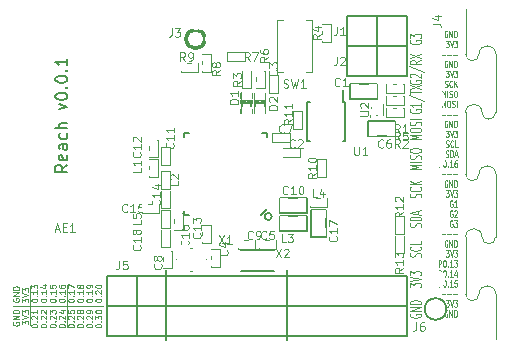
<source format=gbr>
G04 #@! TF.FileFunction,Legend,Top*
%FSLAX46Y46*%
G04 Gerber Fmt 4.6, Leading zero omitted, Abs format (unit mm)*
G04 Created by KiCad (PCBNEW 0.201502111101+5414~21~ubuntu14.04.1-product) date Wed 11 Feb 2015 11:41:42 AM PST*
%MOMM*%
G01*
G04 APERTURE LIST*
%ADD10C,0.100000*%
%ADD11C,0.200000*%
%ADD12C,0.075000*%
%ADD13C,0.177800*%
%ADD14C,0.150000*%
%ADD15C,0.101600*%
%ADD16C,0.300000*%
%ADD17C,0.050000*%
%ADD18R,1.879600X2.184400*%
%ADD19O,1.879600X2.184400*%
%ADD20R,1.402400X2.252400*%
%ADD21R,0.949960X0.949960*%
%ADD22R,2.184400X2.184400*%
%ADD23O,2.184400X2.184400*%
%ADD24C,1.602400*%
%ADD25R,0.552400X1.252400*%
%ADD26R,0.751840X0.401320*%
%ADD27R,0.401320X0.751840*%
%ADD28R,5.302400X5.302400*%
%ADD29R,0.787400X1.295400*%
%ADD30R,0.551180X0.751840*%
%ADD31R,0.751840X0.551180*%
%ADD32R,1.295400X0.787400*%
%ADD33C,1.041400*%
%ADD34R,1.552400X1.102400*%
%ADD35R,1.352400X1.152400*%
%ADD36R,0.802400X1.452400*%
%ADD37R,0.452400X0.362400*%
%ADD38R,0.252400X0.582400*%
G04 APERTURE END LIST*
D10*
X92710000Y-123190000D02*
X92710000Y-127000000D01*
X91313001Y-123190000D02*
G75*
G02X92710001Y-123190000I698500J0D01*
G01*
X91313001Y-123190000D02*
G75*
G02X90169999Y-123190000I-571501J0D01*
G01*
D11*
X75057000Y-121158000D02*
X75057000Y-127127000D01*
D10*
X56388000Y-122428000D02*
X56388000Y-125984000D01*
D11*
X64770000Y-121158000D02*
X64770000Y-127127000D01*
D10*
X53276500Y-125857000D02*
X53276500Y-122555000D01*
D12*
X51888500Y-125586953D02*
X51864690Y-125634572D01*
X51864690Y-125706000D01*
X51888500Y-125777429D01*
X51936119Y-125825048D01*
X51983738Y-125848857D01*
X52078976Y-125872667D01*
X52150405Y-125872667D01*
X52245643Y-125848857D01*
X52293262Y-125825048D01*
X52340881Y-125777429D01*
X52364690Y-125706000D01*
X52364690Y-125658381D01*
X52340881Y-125586953D01*
X52317071Y-125563143D01*
X52150405Y-125563143D01*
X52150405Y-125658381D01*
X52364690Y-125348857D02*
X51864690Y-125348857D01*
X52364690Y-125063143D01*
X51864690Y-125063143D01*
X52364690Y-124825047D02*
X51864690Y-124825047D01*
X51864690Y-124706000D01*
X51888500Y-124634571D01*
X51936119Y-124586952D01*
X51983738Y-124563143D01*
X52078976Y-124539333D01*
X52150405Y-124539333D01*
X52245643Y-124563143D01*
X52293262Y-124586952D01*
X52340881Y-124634571D01*
X52364690Y-124706000D01*
X52364690Y-124825047D01*
X52531357Y-124206000D02*
X51817071Y-124206000D01*
X51888500Y-123586953D02*
X51864690Y-123634572D01*
X51864690Y-123706000D01*
X51888500Y-123777429D01*
X51936119Y-123825048D01*
X51983738Y-123848857D01*
X52078976Y-123872667D01*
X52150405Y-123872667D01*
X52245643Y-123848857D01*
X52293262Y-123825048D01*
X52340881Y-123777429D01*
X52364690Y-123706000D01*
X52364690Y-123658381D01*
X52340881Y-123586953D01*
X52317071Y-123563143D01*
X52150405Y-123563143D01*
X52150405Y-123658381D01*
X52364690Y-123348857D02*
X51864690Y-123348857D01*
X52364690Y-123063143D01*
X51864690Y-123063143D01*
X52364690Y-122825047D02*
X51864690Y-122825047D01*
X51864690Y-122706000D01*
X51888500Y-122634571D01*
X51936119Y-122586952D01*
X51983738Y-122563143D01*
X52078976Y-122539333D01*
X52150405Y-122539333D01*
X52245643Y-122563143D01*
X52293262Y-122586952D01*
X52340881Y-122634571D01*
X52364690Y-122706000D01*
X52364690Y-122825047D01*
X52639690Y-125753617D02*
X52639690Y-125444094D01*
X52830167Y-125610760D01*
X52830167Y-125539332D01*
X52853976Y-125491713D01*
X52877786Y-125467903D01*
X52925405Y-125444094D01*
X53044452Y-125444094D01*
X53092071Y-125467903D01*
X53115881Y-125491713D01*
X53139690Y-125539332D01*
X53139690Y-125682189D01*
X53115881Y-125729808D01*
X53092071Y-125753617D01*
X52639690Y-125301237D02*
X53139690Y-125134570D01*
X52639690Y-124967904D01*
X52639690Y-124848856D02*
X52639690Y-124539333D01*
X52830167Y-124705999D01*
X52830167Y-124634571D01*
X52853976Y-124586952D01*
X52877786Y-124563142D01*
X52925405Y-124539333D01*
X53044452Y-124539333D01*
X53092071Y-124563142D01*
X53115881Y-124586952D01*
X53139690Y-124634571D01*
X53139690Y-124777428D01*
X53115881Y-124825047D01*
X53092071Y-124848856D01*
X53306357Y-124206000D02*
X52592071Y-124206000D01*
X52639690Y-123896476D02*
X52639690Y-123586953D01*
X52830167Y-123753619D01*
X52830167Y-123682191D01*
X52853976Y-123634572D01*
X52877786Y-123610762D01*
X52925405Y-123586953D01*
X53044452Y-123586953D01*
X53092071Y-123610762D01*
X53115881Y-123634572D01*
X53139690Y-123682191D01*
X53139690Y-123825048D01*
X53115881Y-123872667D01*
X53092071Y-123896476D01*
X52639690Y-123444096D02*
X53139690Y-123277429D01*
X52639690Y-123110763D01*
X52639690Y-122991715D02*
X52639690Y-122682192D01*
X52830167Y-122848858D01*
X52830167Y-122777430D01*
X52853976Y-122729811D01*
X52877786Y-122706001D01*
X52925405Y-122682192D01*
X53044452Y-122682192D01*
X53092071Y-122706001D01*
X53115881Y-122729811D01*
X53139690Y-122777430D01*
X53139690Y-122920287D01*
X53115881Y-122967906D01*
X53092071Y-122991715D01*
X53414690Y-125896474D02*
X53414690Y-125848855D01*
X53438500Y-125801236D01*
X53462310Y-125777427D01*
X53509929Y-125753617D01*
X53605167Y-125729808D01*
X53724214Y-125729808D01*
X53819452Y-125753617D01*
X53867071Y-125777427D01*
X53890881Y-125801236D01*
X53914690Y-125848855D01*
X53914690Y-125896474D01*
X53890881Y-125944093D01*
X53867071Y-125967903D01*
X53819452Y-125991712D01*
X53724214Y-126015522D01*
X53605167Y-126015522D01*
X53509929Y-125991712D01*
X53462310Y-125967903D01*
X53438500Y-125944093D01*
X53414690Y-125896474D01*
X53867071Y-125515522D02*
X53890881Y-125491713D01*
X53914690Y-125515522D01*
X53890881Y-125539332D01*
X53867071Y-125515522D01*
X53914690Y-125515522D01*
X53462310Y-125301237D02*
X53438500Y-125277427D01*
X53414690Y-125229808D01*
X53414690Y-125110761D01*
X53438500Y-125063142D01*
X53462310Y-125039332D01*
X53509929Y-125015523D01*
X53557548Y-125015523D01*
X53628976Y-125039332D01*
X53914690Y-125325046D01*
X53914690Y-125015523D01*
X53914690Y-124539333D02*
X53914690Y-124825047D01*
X53914690Y-124682190D02*
X53414690Y-124682190D01*
X53486119Y-124729809D01*
X53533738Y-124777428D01*
X53557548Y-124825047D01*
X54081357Y-124206000D02*
X53367071Y-124206000D01*
X53414690Y-123753619D02*
X53414690Y-123706000D01*
X53438500Y-123658381D01*
X53462310Y-123634572D01*
X53509929Y-123610762D01*
X53605167Y-123586953D01*
X53724214Y-123586953D01*
X53819452Y-123610762D01*
X53867071Y-123634572D01*
X53890881Y-123658381D01*
X53914690Y-123706000D01*
X53914690Y-123753619D01*
X53890881Y-123801238D01*
X53867071Y-123825048D01*
X53819452Y-123848857D01*
X53724214Y-123872667D01*
X53605167Y-123872667D01*
X53509929Y-123848857D01*
X53462310Y-123825048D01*
X53438500Y-123801238D01*
X53414690Y-123753619D01*
X53867071Y-123372667D02*
X53890881Y-123348858D01*
X53914690Y-123372667D01*
X53890881Y-123396477D01*
X53867071Y-123372667D01*
X53914690Y-123372667D01*
X53914690Y-122872668D02*
X53914690Y-123158382D01*
X53914690Y-123015525D02*
X53414690Y-123015525D01*
X53486119Y-123063144D01*
X53533738Y-123110763D01*
X53557548Y-123158382D01*
X53414690Y-122706001D02*
X53414690Y-122396478D01*
X53605167Y-122563144D01*
X53605167Y-122491716D01*
X53628976Y-122444097D01*
X53652786Y-122420287D01*
X53700405Y-122396478D01*
X53819452Y-122396478D01*
X53867071Y-122420287D01*
X53890881Y-122444097D01*
X53914690Y-122491716D01*
X53914690Y-122634573D01*
X53890881Y-122682192D01*
X53867071Y-122706001D01*
X54189690Y-125896474D02*
X54189690Y-125848855D01*
X54213500Y-125801236D01*
X54237310Y-125777427D01*
X54284929Y-125753617D01*
X54380167Y-125729808D01*
X54499214Y-125729808D01*
X54594452Y-125753617D01*
X54642071Y-125777427D01*
X54665881Y-125801236D01*
X54689690Y-125848855D01*
X54689690Y-125896474D01*
X54665881Y-125944093D01*
X54642071Y-125967903D01*
X54594452Y-125991712D01*
X54499214Y-126015522D01*
X54380167Y-126015522D01*
X54284929Y-125991712D01*
X54237310Y-125967903D01*
X54213500Y-125944093D01*
X54189690Y-125896474D01*
X54642071Y-125515522D02*
X54665881Y-125491713D01*
X54689690Y-125515522D01*
X54665881Y-125539332D01*
X54642071Y-125515522D01*
X54689690Y-125515522D01*
X54237310Y-125301237D02*
X54213500Y-125277427D01*
X54189690Y-125229808D01*
X54189690Y-125110761D01*
X54213500Y-125063142D01*
X54237310Y-125039332D01*
X54284929Y-125015523D01*
X54332548Y-125015523D01*
X54403976Y-125039332D01*
X54689690Y-125325046D01*
X54689690Y-125015523D01*
X54237310Y-124825047D02*
X54213500Y-124801237D01*
X54189690Y-124753618D01*
X54189690Y-124634571D01*
X54213500Y-124586952D01*
X54237310Y-124563142D01*
X54284929Y-124539333D01*
X54332548Y-124539333D01*
X54403976Y-124563142D01*
X54689690Y-124848856D01*
X54689690Y-124539333D01*
X54856357Y-124206000D02*
X54142071Y-124206000D01*
X54189690Y-123753619D02*
X54189690Y-123706000D01*
X54213500Y-123658381D01*
X54237310Y-123634572D01*
X54284929Y-123610762D01*
X54380167Y-123586953D01*
X54499214Y-123586953D01*
X54594452Y-123610762D01*
X54642071Y-123634572D01*
X54665881Y-123658381D01*
X54689690Y-123706000D01*
X54689690Y-123753619D01*
X54665881Y-123801238D01*
X54642071Y-123825048D01*
X54594452Y-123848857D01*
X54499214Y-123872667D01*
X54380167Y-123872667D01*
X54284929Y-123848857D01*
X54237310Y-123825048D01*
X54213500Y-123801238D01*
X54189690Y-123753619D01*
X54642071Y-123372667D02*
X54665881Y-123348858D01*
X54689690Y-123372667D01*
X54665881Y-123396477D01*
X54642071Y-123372667D01*
X54689690Y-123372667D01*
X54689690Y-122872668D02*
X54689690Y-123158382D01*
X54689690Y-123015525D02*
X54189690Y-123015525D01*
X54261119Y-123063144D01*
X54308738Y-123110763D01*
X54332548Y-123158382D01*
X54356357Y-122444097D02*
X54689690Y-122444097D01*
X54165881Y-122563144D02*
X54523024Y-122682192D01*
X54523024Y-122372668D01*
X54964690Y-125896474D02*
X54964690Y-125848855D01*
X54988500Y-125801236D01*
X55012310Y-125777427D01*
X55059929Y-125753617D01*
X55155167Y-125729808D01*
X55274214Y-125729808D01*
X55369452Y-125753617D01*
X55417071Y-125777427D01*
X55440881Y-125801236D01*
X55464690Y-125848855D01*
X55464690Y-125896474D01*
X55440881Y-125944093D01*
X55417071Y-125967903D01*
X55369452Y-125991712D01*
X55274214Y-126015522D01*
X55155167Y-126015522D01*
X55059929Y-125991712D01*
X55012310Y-125967903D01*
X54988500Y-125944093D01*
X54964690Y-125896474D01*
X55417071Y-125515522D02*
X55440881Y-125491713D01*
X55464690Y-125515522D01*
X55440881Y-125539332D01*
X55417071Y-125515522D01*
X55464690Y-125515522D01*
X55012310Y-125301237D02*
X54988500Y-125277427D01*
X54964690Y-125229808D01*
X54964690Y-125110761D01*
X54988500Y-125063142D01*
X55012310Y-125039332D01*
X55059929Y-125015523D01*
X55107548Y-125015523D01*
X55178976Y-125039332D01*
X55464690Y-125325046D01*
X55464690Y-125015523D01*
X54964690Y-124848856D02*
X54964690Y-124539333D01*
X55155167Y-124705999D01*
X55155167Y-124634571D01*
X55178976Y-124586952D01*
X55202786Y-124563142D01*
X55250405Y-124539333D01*
X55369452Y-124539333D01*
X55417071Y-124563142D01*
X55440881Y-124586952D01*
X55464690Y-124634571D01*
X55464690Y-124777428D01*
X55440881Y-124825047D01*
X55417071Y-124848856D01*
X55631357Y-124206000D02*
X54917071Y-124206000D01*
X54964690Y-123753619D02*
X54964690Y-123706000D01*
X54988500Y-123658381D01*
X55012310Y-123634572D01*
X55059929Y-123610762D01*
X55155167Y-123586953D01*
X55274214Y-123586953D01*
X55369452Y-123610762D01*
X55417071Y-123634572D01*
X55440881Y-123658381D01*
X55464690Y-123706000D01*
X55464690Y-123753619D01*
X55440881Y-123801238D01*
X55417071Y-123825048D01*
X55369452Y-123848857D01*
X55274214Y-123872667D01*
X55155167Y-123872667D01*
X55059929Y-123848857D01*
X55012310Y-123825048D01*
X54988500Y-123801238D01*
X54964690Y-123753619D01*
X55417071Y-123372667D02*
X55440881Y-123348858D01*
X55464690Y-123372667D01*
X55440881Y-123396477D01*
X55417071Y-123372667D01*
X55464690Y-123372667D01*
X55464690Y-122872668D02*
X55464690Y-123158382D01*
X55464690Y-123015525D02*
X54964690Y-123015525D01*
X55036119Y-123063144D01*
X55083738Y-123110763D01*
X55107548Y-123158382D01*
X54964690Y-122420287D02*
X54964690Y-122658382D01*
X55202786Y-122682192D01*
X55178976Y-122658382D01*
X55155167Y-122610763D01*
X55155167Y-122491716D01*
X55178976Y-122444097D01*
X55202786Y-122420287D01*
X55250405Y-122396478D01*
X55369452Y-122396478D01*
X55417071Y-122420287D01*
X55440881Y-122444097D01*
X55464690Y-122491716D01*
X55464690Y-122610763D01*
X55440881Y-122658382D01*
X55417071Y-122682192D01*
X55739690Y-125896474D02*
X55739690Y-125848855D01*
X55763500Y-125801236D01*
X55787310Y-125777427D01*
X55834929Y-125753617D01*
X55930167Y-125729808D01*
X56049214Y-125729808D01*
X56144452Y-125753617D01*
X56192071Y-125777427D01*
X56215881Y-125801236D01*
X56239690Y-125848855D01*
X56239690Y-125896474D01*
X56215881Y-125944093D01*
X56192071Y-125967903D01*
X56144452Y-125991712D01*
X56049214Y-126015522D01*
X55930167Y-126015522D01*
X55834929Y-125991712D01*
X55787310Y-125967903D01*
X55763500Y-125944093D01*
X55739690Y-125896474D01*
X56192071Y-125515522D02*
X56215881Y-125491713D01*
X56239690Y-125515522D01*
X56215881Y-125539332D01*
X56192071Y-125515522D01*
X56239690Y-125515522D01*
X55787310Y-125301237D02*
X55763500Y-125277427D01*
X55739690Y-125229808D01*
X55739690Y-125110761D01*
X55763500Y-125063142D01*
X55787310Y-125039332D01*
X55834929Y-125015523D01*
X55882548Y-125015523D01*
X55953976Y-125039332D01*
X56239690Y-125325046D01*
X56239690Y-125015523D01*
X55906357Y-124586952D02*
X56239690Y-124586952D01*
X55715881Y-124705999D02*
X56073024Y-124825047D01*
X56073024Y-124515523D01*
X56406357Y-124206000D02*
X55692071Y-124206000D01*
X55739690Y-123753619D02*
X55739690Y-123706000D01*
X55763500Y-123658381D01*
X55787310Y-123634572D01*
X55834929Y-123610762D01*
X55930167Y-123586953D01*
X56049214Y-123586953D01*
X56144452Y-123610762D01*
X56192071Y-123634572D01*
X56215881Y-123658381D01*
X56239690Y-123706000D01*
X56239690Y-123753619D01*
X56215881Y-123801238D01*
X56192071Y-123825048D01*
X56144452Y-123848857D01*
X56049214Y-123872667D01*
X55930167Y-123872667D01*
X55834929Y-123848857D01*
X55787310Y-123825048D01*
X55763500Y-123801238D01*
X55739690Y-123753619D01*
X56192071Y-123372667D02*
X56215881Y-123348858D01*
X56239690Y-123372667D01*
X56215881Y-123396477D01*
X56192071Y-123372667D01*
X56239690Y-123372667D01*
X56239690Y-122872668D02*
X56239690Y-123158382D01*
X56239690Y-123015525D02*
X55739690Y-123015525D01*
X55811119Y-123063144D01*
X55858738Y-123110763D01*
X55882548Y-123158382D01*
X55739690Y-122444097D02*
X55739690Y-122539335D01*
X55763500Y-122586954D01*
X55787310Y-122610763D01*
X55858738Y-122658382D01*
X55953976Y-122682192D01*
X56144452Y-122682192D01*
X56192071Y-122658382D01*
X56215881Y-122634573D01*
X56239690Y-122586954D01*
X56239690Y-122491716D01*
X56215881Y-122444097D01*
X56192071Y-122420287D01*
X56144452Y-122396478D01*
X56025405Y-122396478D01*
X55977786Y-122420287D01*
X55953976Y-122444097D01*
X55930167Y-122491716D01*
X55930167Y-122586954D01*
X55953976Y-122634573D01*
X55977786Y-122658382D01*
X56025405Y-122682192D01*
X56514690Y-125896474D02*
X56514690Y-125848855D01*
X56538500Y-125801236D01*
X56562310Y-125777427D01*
X56609929Y-125753617D01*
X56705167Y-125729808D01*
X56824214Y-125729808D01*
X56919452Y-125753617D01*
X56967071Y-125777427D01*
X56990881Y-125801236D01*
X57014690Y-125848855D01*
X57014690Y-125896474D01*
X56990881Y-125944093D01*
X56967071Y-125967903D01*
X56919452Y-125991712D01*
X56824214Y-126015522D01*
X56705167Y-126015522D01*
X56609929Y-125991712D01*
X56562310Y-125967903D01*
X56538500Y-125944093D01*
X56514690Y-125896474D01*
X56967071Y-125515522D02*
X56990881Y-125491713D01*
X57014690Y-125515522D01*
X56990881Y-125539332D01*
X56967071Y-125515522D01*
X57014690Y-125515522D01*
X56562310Y-125301237D02*
X56538500Y-125277427D01*
X56514690Y-125229808D01*
X56514690Y-125110761D01*
X56538500Y-125063142D01*
X56562310Y-125039332D01*
X56609929Y-125015523D01*
X56657548Y-125015523D01*
X56728976Y-125039332D01*
X57014690Y-125325046D01*
X57014690Y-125015523D01*
X56514690Y-124563142D02*
X56514690Y-124801237D01*
X56752786Y-124825047D01*
X56728976Y-124801237D01*
X56705167Y-124753618D01*
X56705167Y-124634571D01*
X56728976Y-124586952D01*
X56752786Y-124563142D01*
X56800405Y-124539333D01*
X56919452Y-124539333D01*
X56967071Y-124563142D01*
X56990881Y-124586952D01*
X57014690Y-124634571D01*
X57014690Y-124753618D01*
X56990881Y-124801237D01*
X56967071Y-124825047D01*
X57181357Y-124206000D02*
X56467071Y-124206000D01*
X56514690Y-123753619D02*
X56514690Y-123706000D01*
X56538500Y-123658381D01*
X56562310Y-123634572D01*
X56609929Y-123610762D01*
X56705167Y-123586953D01*
X56824214Y-123586953D01*
X56919452Y-123610762D01*
X56967071Y-123634572D01*
X56990881Y-123658381D01*
X57014690Y-123706000D01*
X57014690Y-123753619D01*
X56990881Y-123801238D01*
X56967071Y-123825048D01*
X56919452Y-123848857D01*
X56824214Y-123872667D01*
X56705167Y-123872667D01*
X56609929Y-123848857D01*
X56562310Y-123825048D01*
X56538500Y-123801238D01*
X56514690Y-123753619D01*
X56967071Y-123372667D02*
X56990881Y-123348858D01*
X57014690Y-123372667D01*
X56990881Y-123396477D01*
X56967071Y-123372667D01*
X57014690Y-123372667D01*
X57014690Y-122872668D02*
X57014690Y-123158382D01*
X57014690Y-123015525D02*
X56514690Y-123015525D01*
X56586119Y-123063144D01*
X56633738Y-123110763D01*
X56657548Y-123158382D01*
X56514690Y-122706001D02*
X56514690Y-122372668D01*
X57014690Y-122586954D01*
X57289690Y-125896474D02*
X57289690Y-125848855D01*
X57313500Y-125801236D01*
X57337310Y-125777427D01*
X57384929Y-125753617D01*
X57480167Y-125729808D01*
X57599214Y-125729808D01*
X57694452Y-125753617D01*
X57742071Y-125777427D01*
X57765881Y-125801236D01*
X57789690Y-125848855D01*
X57789690Y-125896474D01*
X57765881Y-125944093D01*
X57742071Y-125967903D01*
X57694452Y-125991712D01*
X57599214Y-126015522D01*
X57480167Y-126015522D01*
X57384929Y-125991712D01*
X57337310Y-125967903D01*
X57313500Y-125944093D01*
X57289690Y-125896474D01*
X57742071Y-125515522D02*
X57765881Y-125491713D01*
X57789690Y-125515522D01*
X57765881Y-125539332D01*
X57742071Y-125515522D01*
X57789690Y-125515522D01*
X57337310Y-125301237D02*
X57313500Y-125277427D01*
X57289690Y-125229808D01*
X57289690Y-125110761D01*
X57313500Y-125063142D01*
X57337310Y-125039332D01*
X57384929Y-125015523D01*
X57432548Y-125015523D01*
X57503976Y-125039332D01*
X57789690Y-125325046D01*
X57789690Y-125015523D01*
X57503976Y-124729809D02*
X57480167Y-124777428D01*
X57456357Y-124801237D01*
X57408738Y-124825047D01*
X57384929Y-124825047D01*
X57337310Y-124801237D01*
X57313500Y-124777428D01*
X57289690Y-124729809D01*
X57289690Y-124634571D01*
X57313500Y-124586952D01*
X57337310Y-124563142D01*
X57384929Y-124539333D01*
X57408738Y-124539333D01*
X57456357Y-124563142D01*
X57480167Y-124586952D01*
X57503976Y-124634571D01*
X57503976Y-124729809D01*
X57527786Y-124777428D01*
X57551595Y-124801237D01*
X57599214Y-124825047D01*
X57694452Y-124825047D01*
X57742071Y-124801237D01*
X57765881Y-124777428D01*
X57789690Y-124729809D01*
X57789690Y-124634571D01*
X57765881Y-124586952D01*
X57742071Y-124563142D01*
X57694452Y-124539333D01*
X57599214Y-124539333D01*
X57551595Y-124563142D01*
X57527786Y-124586952D01*
X57503976Y-124634571D01*
X57956357Y-124206000D02*
X57242071Y-124206000D01*
X57289690Y-123753619D02*
X57289690Y-123706000D01*
X57313500Y-123658381D01*
X57337310Y-123634572D01*
X57384929Y-123610762D01*
X57480167Y-123586953D01*
X57599214Y-123586953D01*
X57694452Y-123610762D01*
X57742071Y-123634572D01*
X57765881Y-123658381D01*
X57789690Y-123706000D01*
X57789690Y-123753619D01*
X57765881Y-123801238D01*
X57742071Y-123825048D01*
X57694452Y-123848857D01*
X57599214Y-123872667D01*
X57480167Y-123872667D01*
X57384929Y-123848857D01*
X57337310Y-123825048D01*
X57313500Y-123801238D01*
X57289690Y-123753619D01*
X57742071Y-123372667D02*
X57765881Y-123348858D01*
X57789690Y-123372667D01*
X57765881Y-123396477D01*
X57742071Y-123372667D01*
X57789690Y-123372667D01*
X57789690Y-122872668D02*
X57789690Y-123158382D01*
X57789690Y-123015525D02*
X57289690Y-123015525D01*
X57361119Y-123063144D01*
X57408738Y-123110763D01*
X57432548Y-123158382D01*
X57503976Y-122586954D02*
X57480167Y-122634573D01*
X57456357Y-122658382D01*
X57408738Y-122682192D01*
X57384929Y-122682192D01*
X57337310Y-122658382D01*
X57313500Y-122634573D01*
X57289690Y-122586954D01*
X57289690Y-122491716D01*
X57313500Y-122444097D01*
X57337310Y-122420287D01*
X57384929Y-122396478D01*
X57408738Y-122396478D01*
X57456357Y-122420287D01*
X57480167Y-122444097D01*
X57503976Y-122491716D01*
X57503976Y-122586954D01*
X57527786Y-122634573D01*
X57551595Y-122658382D01*
X57599214Y-122682192D01*
X57694452Y-122682192D01*
X57742071Y-122658382D01*
X57765881Y-122634573D01*
X57789690Y-122586954D01*
X57789690Y-122491716D01*
X57765881Y-122444097D01*
X57742071Y-122420287D01*
X57694452Y-122396478D01*
X57599214Y-122396478D01*
X57551595Y-122420287D01*
X57527786Y-122444097D01*
X57503976Y-122491716D01*
X58064690Y-125896474D02*
X58064690Y-125848855D01*
X58088500Y-125801236D01*
X58112310Y-125777427D01*
X58159929Y-125753617D01*
X58255167Y-125729808D01*
X58374214Y-125729808D01*
X58469452Y-125753617D01*
X58517071Y-125777427D01*
X58540881Y-125801236D01*
X58564690Y-125848855D01*
X58564690Y-125896474D01*
X58540881Y-125944093D01*
X58517071Y-125967903D01*
X58469452Y-125991712D01*
X58374214Y-126015522D01*
X58255167Y-126015522D01*
X58159929Y-125991712D01*
X58112310Y-125967903D01*
X58088500Y-125944093D01*
X58064690Y-125896474D01*
X58517071Y-125515522D02*
X58540881Y-125491713D01*
X58564690Y-125515522D01*
X58540881Y-125539332D01*
X58517071Y-125515522D01*
X58564690Y-125515522D01*
X58112310Y-125301237D02*
X58088500Y-125277427D01*
X58064690Y-125229808D01*
X58064690Y-125110761D01*
X58088500Y-125063142D01*
X58112310Y-125039332D01*
X58159929Y-125015523D01*
X58207548Y-125015523D01*
X58278976Y-125039332D01*
X58564690Y-125325046D01*
X58564690Y-125015523D01*
X58564690Y-124777428D02*
X58564690Y-124682190D01*
X58540881Y-124634571D01*
X58517071Y-124610761D01*
X58445643Y-124563142D01*
X58350405Y-124539333D01*
X58159929Y-124539333D01*
X58112310Y-124563142D01*
X58088500Y-124586952D01*
X58064690Y-124634571D01*
X58064690Y-124729809D01*
X58088500Y-124777428D01*
X58112310Y-124801237D01*
X58159929Y-124825047D01*
X58278976Y-124825047D01*
X58326595Y-124801237D01*
X58350405Y-124777428D01*
X58374214Y-124729809D01*
X58374214Y-124634571D01*
X58350405Y-124586952D01*
X58326595Y-124563142D01*
X58278976Y-124539333D01*
X58731357Y-124206000D02*
X58017071Y-124206000D01*
X58064690Y-123753619D02*
X58064690Y-123706000D01*
X58088500Y-123658381D01*
X58112310Y-123634572D01*
X58159929Y-123610762D01*
X58255167Y-123586953D01*
X58374214Y-123586953D01*
X58469452Y-123610762D01*
X58517071Y-123634572D01*
X58540881Y-123658381D01*
X58564690Y-123706000D01*
X58564690Y-123753619D01*
X58540881Y-123801238D01*
X58517071Y-123825048D01*
X58469452Y-123848857D01*
X58374214Y-123872667D01*
X58255167Y-123872667D01*
X58159929Y-123848857D01*
X58112310Y-123825048D01*
X58088500Y-123801238D01*
X58064690Y-123753619D01*
X58517071Y-123372667D02*
X58540881Y-123348858D01*
X58564690Y-123372667D01*
X58540881Y-123396477D01*
X58517071Y-123372667D01*
X58564690Y-123372667D01*
X58564690Y-122872668D02*
X58564690Y-123158382D01*
X58564690Y-123015525D02*
X58064690Y-123015525D01*
X58136119Y-123063144D01*
X58183738Y-123110763D01*
X58207548Y-123158382D01*
X58564690Y-122634573D02*
X58564690Y-122539335D01*
X58540881Y-122491716D01*
X58517071Y-122467906D01*
X58445643Y-122420287D01*
X58350405Y-122396478D01*
X58159929Y-122396478D01*
X58112310Y-122420287D01*
X58088500Y-122444097D01*
X58064690Y-122491716D01*
X58064690Y-122586954D01*
X58088500Y-122634573D01*
X58112310Y-122658382D01*
X58159929Y-122682192D01*
X58278976Y-122682192D01*
X58326595Y-122658382D01*
X58350405Y-122634573D01*
X58374214Y-122586954D01*
X58374214Y-122491716D01*
X58350405Y-122444097D01*
X58326595Y-122420287D01*
X58278976Y-122396478D01*
X58839690Y-125896474D02*
X58839690Y-125848855D01*
X58863500Y-125801236D01*
X58887310Y-125777427D01*
X58934929Y-125753617D01*
X59030167Y-125729808D01*
X59149214Y-125729808D01*
X59244452Y-125753617D01*
X59292071Y-125777427D01*
X59315881Y-125801236D01*
X59339690Y-125848855D01*
X59339690Y-125896474D01*
X59315881Y-125944093D01*
X59292071Y-125967903D01*
X59244452Y-125991712D01*
X59149214Y-126015522D01*
X59030167Y-126015522D01*
X58934929Y-125991712D01*
X58887310Y-125967903D01*
X58863500Y-125944093D01*
X58839690Y-125896474D01*
X59292071Y-125515522D02*
X59315881Y-125491713D01*
X59339690Y-125515522D01*
X59315881Y-125539332D01*
X59292071Y-125515522D01*
X59339690Y-125515522D01*
X58839690Y-125325046D02*
X58839690Y-125015523D01*
X59030167Y-125182189D01*
X59030167Y-125110761D01*
X59053976Y-125063142D01*
X59077786Y-125039332D01*
X59125405Y-125015523D01*
X59244452Y-125015523D01*
X59292071Y-125039332D01*
X59315881Y-125063142D01*
X59339690Y-125110761D01*
X59339690Y-125253618D01*
X59315881Y-125301237D01*
X59292071Y-125325046D01*
X58839690Y-124705999D02*
X58839690Y-124658380D01*
X58863500Y-124610761D01*
X58887310Y-124586952D01*
X58934929Y-124563142D01*
X59030167Y-124539333D01*
X59149214Y-124539333D01*
X59244452Y-124563142D01*
X59292071Y-124586952D01*
X59315881Y-124610761D01*
X59339690Y-124658380D01*
X59339690Y-124705999D01*
X59315881Y-124753618D01*
X59292071Y-124777428D01*
X59244452Y-124801237D01*
X59149214Y-124825047D01*
X59030167Y-124825047D01*
X58934929Y-124801237D01*
X58887310Y-124777428D01*
X58863500Y-124753618D01*
X58839690Y-124705999D01*
X59506357Y-124206000D02*
X58792071Y-124206000D01*
X58839690Y-123753619D02*
X58839690Y-123706000D01*
X58863500Y-123658381D01*
X58887310Y-123634572D01*
X58934929Y-123610762D01*
X59030167Y-123586953D01*
X59149214Y-123586953D01*
X59244452Y-123610762D01*
X59292071Y-123634572D01*
X59315881Y-123658381D01*
X59339690Y-123706000D01*
X59339690Y-123753619D01*
X59315881Y-123801238D01*
X59292071Y-123825048D01*
X59244452Y-123848857D01*
X59149214Y-123872667D01*
X59030167Y-123872667D01*
X58934929Y-123848857D01*
X58887310Y-123825048D01*
X58863500Y-123801238D01*
X58839690Y-123753619D01*
X59292071Y-123372667D02*
X59315881Y-123348858D01*
X59339690Y-123372667D01*
X59315881Y-123396477D01*
X59292071Y-123372667D01*
X59339690Y-123372667D01*
X58887310Y-123158382D02*
X58863500Y-123134572D01*
X58839690Y-123086953D01*
X58839690Y-122967906D01*
X58863500Y-122920287D01*
X58887310Y-122896477D01*
X58934929Y-122872668D01*
X58982548Y-122872668D01*
X59053976Y-122896477D01*
X59339690Y-123182191D01*
X59339690Y-122872668D01*
X58839690Y-122563144D02*
X58839690Y-122515525D01*
X58863500Y-122467906D01*
X58887310Y-122444097D01*
X58934929Y-122420287D01*
X59030167Y-122396478D01*
X59149214Y-122396478D01*
X59244452Y-122420287D01*
X59292071Y-122444097D01*
X59315881Y-122467906D01*
X59339690Y-122515525D01*
X59339690Y-122563144D01*
X59315881Y-122610763D01*
X59292071Y-122634573D01*
X59244452Y-122658382D01*
X59149214Y-122682192D01*
X59030167Y-122682192D01*
X58934929Y-122658382D01*
X58887310Y-122634573D01*
X58863500Y-122610763D01*
X58839690Y-122563144D01*
X88620714Y-100925000D02*
X88582619Y-100898810D01*
X88525476Y-100898810D01*
X88468333Y-100925000D01*
X88430238Y-100977381D01*
X88411190Y-101029762D01*
X88392142Y-101134524D01*
X88392142Y-101213095D01*
X88411190Y-101317857D01*
X88430238Y-101370238D01*
X88468333Y-101422619D01*
X88525476Y-101448810D01*
X88563571Y-101448810D01*
X88620714Y-101422619D01*
X88639762Y-101396429D01*
X88639762Y-101213095D01*
X88563571Y-101213095D01*
X88811190Y-101448810D02*
X88811190Y-100898810D01*
X89039762Y-101448810D01*
X89039762Y-100898810D01*
X89230238Y-101448810D02*
X89230238Y-100898810D01*
X89325476Y-100898810D01*
X89382619Y-100925000D01*
X89420714Y-100977381D01*
X89439762Y-101029762D01*
X89458810Y-101134524D01*
X89458810Y-101213095D01*
X89439762Y-101317857D01*
X89420714Y-101370238D01*
X89382619Y-101422619D01*
X89325476Y-101448810D01*
X89230238Y-101448810D01*
X88487382Y-101743810D02*
X88735001Y-101743810D01*
X88601668Y-101953333D01*
X88658810Y-101953333D01*
X88696906Y-101979524D01*
X88715953Y-102005714D01*
X88735001Y-102058095D01*
X88735001Y-102189048D01*
X88715953Y-102241429D01*
X88696906Y-102267619D01*
X88658810Y-102293810D01*
X88544525Y-102293810D01*
X88506429Y-102267619D01*
X88487382Y-102241429D01*
X88849286Y-101743810D02*
X88982620Y-102293810D01*
X89115953Y-101743810D01*
X89211191Y-101743810D02*
X89458810Y-101743810D01*
X89325477Y-101953333D01*
X89382619Y-101953333D01*
X89420715Y-101979524D01*
X89439762Y-102005714D01*
X89458810Y-102058095D01*
X89458810Y-102189048D01*
X89439762Y-102241429D01*
X89420715Y-102267619D01*
X89382619Y-102293810D01*
X89268334Y-102293810D01*
X89230238Y-102267619D01*
X89211191Y-102241429D01*
X88144524Y-102929286D02*
X88449286Y-102929286D01*
X88639762Y-102929286D02*
X88944524Y-102929286D01*
X89135000Y-102929286D02*
X89439762Y-102929286D01*
X88620714Y-103460000D02*
X88582619Y-103433810D01*
X88525476Y-103433810D01*
X88468333Y-103460000D01*
X88430238Y-103512381D01*
X88411190Y-103564762D01*
X88392142Y-103669524D01*
X88392142Y-103748095D01*
X88411190Y-103852857D01*
X88430238Y-103905238D01*
X88468333Y-103957619D01*
X88525476Y-103983810D01*
X88563571Y-103983810D01*
X88620714Y-103957619D01*
X88639762Y-103931429D01*
X88639762Y-103748095D01*
X88563571Y-103748095D01*
X88811190Y-103983810D02*
X88811190Y-103433810D01*
X89039762Y-103983810D01*
X89039762Y-103433810D01*
X89230238Y-103983810D02*
X89230238Y-103433810D01*
X89325476Y-103433810D01*
X89382619Y-103460000D01*
X89420714Y-103512381D01*
X89439762Y-103564762D01*
X89458810Y-103669524D01*
X89458810Y-103748095D01*
X89439762Y-103852857D01*
X89420714Y-103905238D01*
X89382619Y-103957619D01*
X89325476Y-103983810D01*
X89230238Y-103983810D01*
X88487382Y-104278810D02*
X88735001Y-104278810D01*
X88601668Y-104488333D01*
X88658810Y-104488333D01*
X88696906Y-104514524D01*
X88715953Y-104540714D01*
X88735001Y-104593095D01*
X88735001Y-104724048D01*
X88715953Y-104776429D01*
X88696906Y-104802619D01*
X88658810Y-104828810D01*
X88544525Y-104828810D01*
X88506429Y-104802619D01*
X88487382Y-104776429D01*
X88849286Y-104278810D02*
X88982620Y-104828810D01*
X89115953Y-104278810D01*
X89211191Y-104278810D02*
X89458810Y-104278810D01*
X89325477Y-104488333D01*
X89382619Y-104488333D01*
X89420715Y-104514524D01*
X89439762Y-104540714D01*
X89458810Y-104593095D01*
X89458810Y-104724048D01*
X89439762Y-104776429D01*
X89420715Y-104802619D01*
X89382619Y-104828810D01*
X89268334Y-104828810D01*
X89230238Y-104802619D01*
X89211191Y-104776429D01*
X88430238Y-105647619D02*
X88487381Y-105673810D01*
X88582619Y-105673810D01*
X88620715Y-105647619D01*
X88639762Y-105621429D01*
X88658810Y-105569048D01*
X88658810Y-105516667D01*
X88639762Y-105464286D01*
X88620715Y-105438095D01*
X88582619Y-105411905D01*
X88506429Y-105385714D01*
X88468334Y-105359524D01*
X88449286Y-105333333D01*
X88430238Y-105280952D01*
X88430238Y-105228571D01*
X88449286Y-105176190D01*
X88468334Y-105150000D01*
X88506429Y-105123810D01*
X88601667Y-105123810D01*
X88658810Y-105150000D01*
X89058810Y-105621429D02*
X89039762Y-105647619D01*
X88982619Y-105673810D01*
X88944524Y-105673810D01*
X88887381Y-105647619D01*
X88849286Y-105595238D01*
X88830238Y-105542857D01*
X88811190Y-105438095D01*
X88811190Y-105359524D01*
X88830238Y-105254762D01*
X88849286Y-105202381D01*
X88887381Y-105150000D01*
X88944524Y-105123810D01*
X88982619Y-105123810D01*
X89039762Y-105150000D01*
X89058810Y-105176190D01*
X89230238Y-105673810D02*
X89230238Y-105123810D01*
X89458810Y-105673810D02*
X89287381Y-105359524D01*
X89458810Y-105123810D02*
X89230238Y-105438095D01*
X88182619Y-106518810D02*
X88182619Y-105968810D01*
X88315952Y-106361667D01*
X88449286Y-105968810D01*
X88449286Y-106518810D01*
X88639762Y-106518810D02*
X88639762Y-105968810D01*
X88811190Y-106492619D02*
X88868333Y-106518810D01*
X88963571Y-106518810D01*
X89001667Y-106492619D01*
X89020714Y-106466429D01*
X89039762Y-106414048D01*
X89039762Y-106361667D01*
X89020714Y-106309286D01*
X89001667Y-106283095D01*
X88963571Y-106256905D01*
X88887381Y-106230714D01*
X88849286Y-106204524D01*
X88830238Y-106178333D01*
X88811190Y-106125952D01*
X88811190Y-106073571D01*
X88830238Y-106021190D01*
X88849286Y-105995000D01*
X88887381Y-105968810D01*
X88982619Y-105968810D01*
X89039762Y-105995000D01*
X89287381Y-105968810D02*
X89363571Y-105968810D01*
X89401666Y-105995000D01*
X89439762Y-106047381D01*
X89458809Y-106152143D01*
X89458809Y-106335476D01*
X89439762Y-106440238D01*
X89401666Y-106492619D01*
X89363571Y-106518810D01*
X89287381Y-106518810D01*
X89249285Y-106492619D01*
X89211190Y-106440238D01*
X89192142Y-106335476D01*
X89192142Y-106152143D01*
X89211190Y-106047381D01*
X89249285Y-105995000D01*
X89287381Y-105968810D01*
X88182619Y-107363810D02*
X88182619Y-106813810D01*
X88315952Y-107206667D01*
X88449286Y-106813810D01*
X88449286Y-107363810D01*
X88715953Y-106813810D02*
X88792143Y-106813810D01*
X88830238Y-106840000D01*
X88868334Y-106892381D01*
X88887381Y-106997143D01*
X88887381Y-107180476D01*
X88868334Y-107285238D01*
X88830238Y-107337619D01*
X88792143Y-107363810D01*
X88715953Y-107363810D01*
X88677857Y-107337619D01*
X88639762Y-107285238D01*
X88620714Y-107180476D01*
X88620714Y-106997143D01*
X88639762Y-106892381D01*
X88677857Y-106840000D01*
X88715953Y-106813810D01*
X89039762Y-107337619D02*
X89096905Y-107363810D01*
X89192143Y-107363810D01*
X89230239Y-107337619D01*
X89249286Y-107311429D01*
X89268334Y-107259048D01*
X89268334Y-107206667D01*
X89249286Y-107154286D01*
X89230239Y-107128095D01*
X89192143Y-107101905D01*
X89115953Y-107075714D01*
X89077858Y-107049524D01*
X89058810Y-107023333D01*
X89039762Y-106970952D01*
X89039762Y-106918571D01*
X89058810Y-106866190D01*
X89077858Y-106840000D01*
X89115953Y-106813810D01*
X89211191Y-106813810D01*
X89268334Y-106840000D01*
X89439762Y-107363810D02*
X89439762Y-106813810D01*
X88144524Y-107999286D02*
X88449286Y-107999286D01*
X88639762Y-107999286D02*
X88944524Y-107999286D01*
X89135000Y-107999286D02*
X89439762Y-107999286D01*
X88620714Y-108530000D02*
X88582619Y-108503810D01*
X88525476Y-108503810D01*
X88468333Y-108530000D01*
X88430238Y-108582381D01*
X88411190Y-108634762D01*
X88392142Y-108739524D01*
X88392142Y-108818095D01*
X88411190Y-108922857D01*
X88430238Y-108975238D01*
X88468333Y-109027619D01*
X88525476Y-109053810D01*
X88563571Y-109053810D01*
X88620714Y-109027619D01*
X88639762Y-109001429D01*
X88639762Y-108818095D01*
X88563571Y-108818095D01*
X88811190Y-109053810D02*
X88811190Y-108503810D01*
X89039762Y-109053810D01*
X89039762Y-108503810D01*
X89230238Y-109053810D02*
X89230238Y-108503810D01*
X89325476Y-108503810D01*
X89382619Y-108530000D01*
X89420714Y-108582381D01*
X89439762Y-108634762D01*
X89458810Y-108739524D01*
X89458810Y-108818095D01*
X89439762Y-108922857D01*
X89420714Y-108975238D01*
X89382619Y-109027619D01*
X89325476Y-109053810D01*
X89230238Y-109053810D01*
X88487382Y-109348810D02*
X88735001Y-109348810D01*
X88601668Y-109558333D01*
X88658810Y-109558333D01*
X88696906Y-109584524D01*
X88715953Y-109610714D01*
X88735001Y-109663095D01*
X88735001Y-109794048D01*
X88715953Y-109846429D01*
X88696906Y-109872619D01*
X88658810Y-109898810D01*
X88544525Y-109898810D01*
X88506429Y-109872619D01*
X88487382Y-109846429D01*
X88849286Y-109348810D02*
X88982620Y-109898810D01*
X89115953Y-109348810D01*
X89211191Y-109348810D02*
X89458810Y-109348810D01*
X89325477Y-109558333D01*
X89382619Y-109558333D01*
X89420715Y-109584524D01*
X89439762Y-109610714D01*
X89458810Y-109663095D01*
X89458810Y-109794048D01*
X89439762Y-109846429D01*
X89420715Y-109872619D01*
X89382619Y-109898810D01*
X89268334Y-109898810D01*
X89230238Y-109872619D01*
X89211191Y-109846429D01*
X88506428Y-110717619D02*
X88563571Y-110743810D01*
X88658809Y-110743810D01*
X88696905Y-110717619D01*
X88715952Y-110691429D01*
X88735000Y-110639048D01*
X88735000Y-110586667D01*
X88715952Y-110534286D01*
X88696905Y-110508095D01*
X88658809Y-110481905D01*
X88582619Y-110455714D01*
X88544524Y-110429524D01*
X88525476Y-110403333D01*
X88506428Y-110350952D01*
X88506428Y-110298571D01*
X88525476Y-110246190D01*
X88544524Y-110220000D01*
X88582619Y-110193810D01*
X88677857Y-110193810D01*
X88735000Y-110220000D01*
X89135000Y-110691429D02*
X89115952Y-110717619D01*
X89058809Y-110743810D01*
X89020714Y-110743810D01*
X88963571Y-110717619D01*
X88925476Y-110665238D01*
X88906428Y-110612857D01*
X88887380Y-110508095D01*
X88887380Y-110429524D01*
X88906428Y-110324762D01*
X88925476Y-110272381D01*
X88963571Y-110220000D01*
X89020714Y-110193810D01*
X89058809Y-110193810D01*
X89115952Y-110220000D01*
X89135000Y-110246190D01*
X89496904Y-110743810D02*
X89306428Y-110743810D01*
X89306428Y-110193810D01*
X88487381Y-111562619D02*
X88544524Y-111588810D01*
X88639762Y-111588810D01*
X88677858Y-111562619D01*
X88696905Y-111536429D01*
X88715953Y-111484048D01*
X88715953Y-111431667D01*
X88696905Y-111379286D01*
X88677858Y-111353095D01*
X88639762Y-111326905D01*
X88563572Y-111300714D01*
X88525477Y-111274524D01*
X88506429Y-111248333D01*
X88487381Y-111195952D01*
X88487381Y-111143571D01*
X88506429Y-111091190D01*
X88525477Y-111065000D01*
X88563572Y-111038810D01*
X88658810Y-111038810D01*
X88715953Y-111065000D01*
X88887381Y-111588810D02*
X88887381Y-111038810D01*
X88982619Y-111038810D01*
X89039762Y-111065000D01*
X89077857Y-111117381D01*
X89096905Y-111169762D01*
X89115953Y-111274524D01*
X89115953Y-111353095D01*
X89096905Y-111457857D01*
X89077857Y-111510238D01*
X89039762Y-111562619D01*
X88982619Y-111588810D01*
X88887381Y-111588810D01*
X89268333Y-111431667D02*
X89458810Y-111431667D01*
X89230238Y-111588810D02*
X89363572Y-111038810D01*
X89496905Y-111588810D01*
X87896906Y-112433810D02*
X87896906Y-111883810D01*
X88049287Y-111883810D01*
X88087382Y-111910000D01*
X88106430Y-111936190D01*
X88125478Y-111988571D01*
X88125478Y-112067143D01*
X88106430Y-112119524D01*
X88087382Y-112145714D01*
X88049287Y-112171905D01*
X87896906Y-112171905D01*
X88373097Y-111883810D02*
X88411192Y-111883810D01*
X88449287Y-111910000D01*
X88468335Y-111936190D01*
X88487382Y-111988571D01*
X88506430Y-112093333D01*
X88506430Y-112224286D01*
X88487382Y-112329048D01*
X88468335Y-112381429D01*
X88449287Y-112407619D01*
X88411192Y-112433810D01*
X88373097Y-112433810D01*
X88335001Y-112407619D01*
X88315954Y-112381429D01*
X88296906Y-112329048D01*
X88277858Y-112224286D01*
X88277858Y-112093333D01*
X88296906Y-111988571D01*
X88315954Y-111936190D01*
X88335001Y-111910000D01*
X88373097Y-111883810D01*
X88677858Y-112381429D02*
X88696906Y-112407619D01*
X88677858Y-112433810D01*
X88658810Y-112407619D01*
X88677858Y-112381429D01*
X88677858Y-112433810D01*
X89077858Y-112433810D02*
X88849286Y-112433810D01*
X88963572Y-112433810D02*
X88963572Y-111883810D01*
X88925477Y-111962381D01*
X88887382Y-112014762D01*
X88849286Y-112040952D01*
X89420715Y-111883810D02*
X89344524Y-111883810D01*
X89306429Y-111910000D01*
X89287381Y-111936190D01*
X89249286Y-112014762D01*
X89230238Y-112119524D01*
X89230238Y-112329048D01*
X89249286Y-112381429D01*
X89268334Y-112407619D01*
X89306429Y-112433810D01*
X89382619Y-112433810D01*
X89420715Y-112407619D01*
X89439762Y-112381429D01*
X89458810Y-112329048D01*
X89458810Y-112198095D01*
X89439762Y-112145714D01*
X89420715Y-112119524D01*
X89382619Y-112093333D01*
X89306429Y-112093333D01*
X89268334Y-112119524D01*
X89249286Y-112145714D01*
X89230238Y-112198095D01*
X88144524Y-113069286D02*
X88449286Y-113069286D01*
X88639762Y-113069286D02*
X88944524Y-113069286D01*
X89135000Y-113069286D02*
X89439762Y-113069286D01*
X88620714Y-113600000D02*
X88582619Y-113573810D01*
X88525476Y-113573810D01*
X88468333Y-113600000D01*
X88430238Y-113652381D01*
X88411190Y-113704762D01*
X88392142Y-113809524D01*
X88392142Y-113888095D01*
X88411190Y-113992857D01*
X88430238Y-114045238D01*
X88468333Y-114097619D01*
X88525476Y-114123810D01*
X88563571Y-114123810D01*
X88620714Y-114097619D01*
X88639762Y-114071429D01*
X88639762Y-113888095D01*
X88563571Y-113888095D01*
X88811190Y-114123810D02*
X88811190Y-113573810D01*
X89039762Y-114123810D01*
X89039762Y-113573810D01*
X89230238Y-114123810D02*
X89230238Y-113573810D01*
X89325476Y-113573810D01*
X89382619Y-113600000D01*
X89420714Y-113652381D01*
X89439762Y-113704762D01*
X89458810Y-113809524D01*
X89458810Y-113888095D01*
X89439762Y-113992857D01*
X89420714Y-114045238D01*
X89382619Y-114097619D01*
X89325476Y-114123810D01*
X89230238Y-114123810D01*
X88487382Y-114418810D02*
X88735001Y-114418810D01*
X88601668Y-114628333D01*
X88658810Y-114628333D01*
X88696906Y-114654524D01*
X88715953Y-114680714D01*
X88735001Y-114733095D01*
X88735001Y-114864048D01*
X88715953Y-114916429D01*
X88696906Y-114942619D01*
X88658810Y-114968810D01*
X88544525Y-114968810D01*
X88506429Y-114942619D01*
X88487382Y-114916429D01*
X88849286Y-114418810D02*
X88982620Y-114968810D01*
X89115953Y-114418810D01*
X89211191Y-114418810D02*
X89458810Y-114418810D01*
X89325477Y-114628333D01*
X89382619Y-114628333D01*
X89420715Y-114654524D01*
X89439762Y-114680714D01*
X89458810Y-114733095D01*
X89458810Y-114864048D01*
X89439762Y-114916429D01*
X89420715Y-114942619D01*
X89382619Y-114968810D01*
X89268334Y-114968810D01*
X89230238Y-114942619D01*
X89211191Y-114916429D01*
X89058810Y-115290000D02*
X89020715Y-115263810D01*
X88963572Y-115263810D01*
X88906429Y-115290000D01*
X88868334Y-115342381D01*
X88849286Y-115394762D01*
X88830238Y-115499524D01*
X88830238Y-115578095D01*
X88849286Y-115682857D01*
X88868334Y-115735238D01*
X88906429Y-115787619D01*
X88963572Y-115813810D01*
X89001667Y-115813810D01*
X89058810Y-115787619D01*
X89077858Y-115761429D01*
X89077858Y-115578095D01*
X89001667Y-115578095D01*
X89458810Y-115813810D02*
X89230238Y-115813810D01*
X89344524Y-115813810D02*
X89344524Y-115263810D01*
X89306429Y-115342381D01*
X89268334Y-115394762D01*
X89230238Y-115420952D01*
X89058810Y-116135000D02*
X89020715Y-116108810D01*
X88963572Y-116108810D01*
X88906429Y-116135000D01*
X88868334Y-116187381D01*
X88849286Y-116239762D01*
X88830238Y-116344524D01*
X88830238Y-116423095D01*
X88849286Y-116527857D01*
X88868334Y-116580238D01*
X88906429Y-116632619D01*
X88963572Y-116658810D01*
X89001667Y-116658810D01*
X89058810Y-116632619D01*
X89077858Y-116606429D01*
X89077858Y-116423095D01*
X89001667Y-116423095D01*
X89230238Y-116161190D02*
X89249286Y-116135000D01*
X89287381Y-116108810D01*
X89382619Y-116108810D01*
X89420715Y-116135000D01*
X89439762Y-116161190D01*
X89458810Y-116213571D01*
X89458810Y-116265952D01*
X89439762Y-116344524D01*
X89211191Y-116658810D01*
X89458810Y-116658810D01*
X89058810Y-116980000D02*
X89020715Y-116953810D01*
X88963572Y-116953810D01*
X88906429Y-116980000D01*
X88868334Y-117032381D01*
X88849286Y-117084762D01*
X88830238Y-117189524D01*
X88830238Y-117268095D01*
X88849286Y-117372857D01*
X88868334Y-117425238D01*
X88906429Y-117477619D01*
X88963572Y-117503810D01*
X89001667Y-117503810D01*
X89058810Y-117477619D01*
X89077858Y-117451429D01*
X89077858Y-117268095D01*
X89001667Y-117268095D01*
X89211191Y-116953810D02*
X89458810Y-116953810D01*
X89325477Y-117163333D01*
X89382619Y-117163333D01*
X89420715Y-117189524D01*
X89439762Y-117215714D01*
X89458810Y-117268095D01*
X89458810Y-117399048D01*
X89439762Y-117451429D01*
X89420715Y-117477619D01*
X89382619Y-117503810D01*
X89268334Y-117503810D01*
X89230238Y-117477619D01*
X89211191Y-117451429D01*
X88144524Y-118139286D02*
X88449286Y-118139286D01*
X88639762Y-118139286D02*
X88944524Y-118139286D01*
X89135000Y-118139286D02*
X89439762Y-118139286D01*
X88620714Y-118670000D02*
X88582619Y-118643810D01*
X88525476Y-118643810D01*
X88468333Y-118670000D01*
X88430238Y-118722381D01*
X88411190Y-118774762D01*
X88392142Y-118879524D01*
X88392142Y-118958095D01*
X88411190Y-119062857D01*
X88430238Y-119115238D01*
X88468333Y-119167619D01*
X88525476Y-119193810D01*
X88563571Y-119193810D01*
X88620714Y-119167619D01*
X88639762Y-119141429D01*
X88639762Y-118958095D01*
X88563571Y-118958095D01*
X88811190Y-119193810D02*
X88811190Y-118643810D01*
X89039762Y-119193810D01*
X89039762Y-118643810D01*
X89230238Y-119193810D02*
X89230238Y-118643810D01*
X89325476Y-118643810D01*
X89382619Y-118670000D01*
X89420714Y-118722381D01*
X89439762Y-118774762D01*
X89458810Y-118879524D01*
X89458810Y-118958095D01*
X89439762Y-119062857D01*
X89420714Y-119115238D01*
X89382619Y-119167619D01*
X89325476Y-119193810D01*
X89230238Y-119193810D01*
X88487382Y-119488810D02*
X88735001Y-119488810D01*
X88601668Y-119698333D01*
X88658810Y-119698333D01*
X88696906Y-119724524D01*
X88715953Y-119750714D01*
X88735001Y-119803095D01*
X88735001Y-119934048D01*
X88715953Y-119986429D01*
X88696906Y-120012619D01*
X88658810Y-120038810D01*
X88544525Y-120038810D01*
X88506429Y-120012619D01*
X88487382Y-119986429D01*
X88849286Y-119488810D02*
X88982620Y-120038810D01*
X89115953Y-119488810D01*
X89211191Y-119488810D02*
X89458810Y-119488810D01*
X89325477Y-119698333D01*
X89382619Y-119698333D01*
X89420715Y-119724524D01*
X89439762Y-119750714D01*
X89458810Y-119803095D01*
X89458810Y-119934048D01*
X89439762Y-119986429D01*
X89420715Y-120012619D01*
X89382619Y-120038810D01*
X89268334Y-120038810D01*
X89230238Y-120012619D01*
X89211191Y-119986429D01*
X87896906Y-120883810D02*
X87896906Y-120333810D01*
X88049287Y-120333810D01*
X88087382Y-120360000D01*
X88106430Y-120386190D01*
X88125478Y-120438571D01*
X88125478Y-120517143D01*
X88106430Y-120569524D01*
X88087382Y-120595714D01*
X88049287Y-120621905D01*
X87896906Y-120621905D01*
X88373097Y-120333810D02*
X88411192Y-120333810D01*
X88449287Y-120360000D01*
X88468335Y-120386190D01*
X88487382Y-120438571D01*
X88506430Y-120543333D01*
X88506430Y-120674286D01*
X88487382Y-120779048D01*
X88468335Y-120831429D01*
X88449287Y-120857619D01*
X88411192Y-120883810D01*
X88373097Y-120883810D01*
X88335001Y-120857619D01*
X88315954Y-120831429D01*
X88296906Y-120779048D01*
X88277858Y-120674286D01*
X88277858Y-120543333D01*
X88296906Y-120438571D01*
X88315954Y-120386190D01*
X88335001Y-120360000D01*
X88373097Y-120333810D01*
X88677858Y-120831429D02*
X88696906Y-120857619D01*
X88677858Y-120883810D01*
X88658810Y-120857619D01*
X88677858Y-120831429D01*
X88677858Y-120883810D01*
X89077858Y-120883810D02*
X88849286Y-120883810D01*
X88963572Y-120883810D02*
X88963572Y-120333810D01*
X88925477Y-120412381D01*
X88887382Y-120464762D01*
X88849286Y-120490952D01*
X89211191Y-120333810D02*
X89458810Y-120333810D01*
X89325477Y-120543333D01*
X89382619Y-120543333D01*
X89420715Y-120569524D01*
X89439762Y-120595714D01*
X89458810Y-120648095D01*
X89458810Y-120779048D01*
X89439762Y-120831429D01*
X89420715Y-120857619D01*
X89382619Y-120883810D01*
X89268334Y-120883810D01*
X89230238Y-120857619D01*
X89211191Y-120831429D01*
X87896906Y-121728810D02*
X87896906Y-121178810D01*
X88049287Y-121178810D01*
X88087382Y-121205000D01*
X88106430Y-121231190D01*
X88125478Y-121283571D01*
X88125478Y-121362143D01*
X88106430Y-121414524D01*
X88087382Y-121440714D01*
X88049287Y-121466905D01*
X87896906Y-121466905D01*
X88373097Y-121178810D02*
X88411192Y-121178810D01*
X88449287Y-121205000D01*
X88468335Y-121231190D01*
X88487382Y-121283571D01*
X88506430Y-121388333D01*
X88506430Y-121519286D01*
X88487382Y-121624048D01*
X88468335Y-121676429D01*
X88449287Y-121702619D01*
X88411192Y-121728810D01*
X88373097Y-121728810D01*
X88335001Y-121702619D01*
X88315954Y-121676429D01*
X88296906Y-121624048D01*
X88277858Y-121519286D01*
X88277858Y-121388333D01*
X88296906Y-121283571D01*
X88315954Y-121231190D01*
X88335001Y-121205000D01*
X88373097Y-121178810D01*
X88677858Y-121676429D02*
X88696906Y-121702619D01*
X88677858Y-121728810D01*
X88658810Y-121702619D01*
X88677858Y-121676429D01*
X88677858Y-121728810D01*
X89077858Y-121728810D02*
X88849286Y-121728810D01*
X88963572Y-121728810D02*
X88963572Y-121178810D01*
X88925477Y-121257381D01*
X88887382Y-121309762D01*
X88849286Y-121335952D01*
X89420715Y-121362143D02*
X89420715Y-121728810D01*
X89325477Y-121152619D02*
X89230238Y-121545476D01*
X89477858Y-121545476D01*
X87896906Y-122573810D02*
X87896906Y-122023810D01*
X88049287Y-122023810D01*
X88087382Y-122050000D01*
X88106430Y-122076190D01*
X88125478Y-122128571D01*
X88125478Y-122207143D01*
X88106430Y-122259524D01*
X88087382Y-122285714D01*
X88049287Y-122311905D01*
X87896906Y-122311905D01*
X88373097Y-122023810D02*
X88411192Y-122023810D01*
X88449287Y-122050000D01*
X88468335Y-122076190D01*
X88487382Y-122128571D01*
X88506430Y-122233333D01*
X88506430Y-122364286D01*
X88487382Y-122469048D01*
X88468335Y-122521429D01*
X88449287Y-122547619D01*
X88411192Y-122573810D01*
X88373097Y-122573810D01*
X88335001Y-122547619D01*
X88315954Y-122521429D01*
X88296906Y-122469048D01*
X88277858Y-122364286D01*
X88277858Y-122233333D01*
X88296906Y-122128571D01*
X88315954Y-122076190D01*
X88335001Y-122050000D01*
X88373097Y-122023810D01*
X88677858Y-122521429D02*
X88696906Y-122547619D01*
X88677858Y-122573810D01*
X88658810Y-122547619D01*
X88677858Y-122521429D01*
X88677858Y-122573810D01*
X89077858Y-122573810D02*
X88849286Y-122573810D01*
X88963572Y-122573810D02*
X88963572Y-122023810D01*
X88925477Y-122102381D01*
X88887382Y-122154762D01*
X88849286Y-122180952D01*
X89439762Y-122023810D02*
X89249286Y-122023810D01*
X89230238Y-122285714D01*
X89249286Y-122259524D01*
X89287381Y-122233333D01*
X89382619Y-122233333D01*
X89420715Y-122259524D01*
X89439762Y-122285714D01*
X89458810Y-122338095D01*
X89458810Y-122469048D01*
X89439762Y-122521429D01*
X89420715Y-122547619D01*
X89382619Y-122573810D01*
X89287381Y-122573810D01*
X89249286Y-122547619D01*
X89230238Y-122521429D01*
X88144524Y-123209286D02*
X88449286Y-123209286D01*
X88639762Y-123209286D02*
X88944524Y-123209286D01*
X89135000Y-123209286D02*
X89439762Y-123209286D01*
X88487382Y-123713810D02*
X88735001Y-123713810D01*
X88601668Y-123923333D01*
X88658810Y-123923333D01*
X88696906Y-123949524D01*
X88715953Y-123975714D01*
X88735001Y-124028095D01*
X88735001Y-124159048D01*
X88715953Y-124211429D01*
X88696906Y-124237619D01*
X88658810Y-124263810D01*
X88544525Y-124263810D01*
X88506429Y-124237619D01*
X88487382Y-124211429D01*
X88849286Y-123713810D02*
X88982620Y-124263810D01*
X89115953Y-123713810D01*
X89211191Y-123713810D02*
X89458810Y-123713810D01*
X89325477Y-123923333D01*
X89382619Y-123923333D01*
X89420715Y-123949524D01*
X89439762Y-123975714D01*
X89458810Y-124028095D01*
X89458810Y-124159048D01*
X89439762Y-124211429D01*
X89420715Y-124237619D01*
X89382619Y-124263810D01*
X89268334Y-124263810D01*
X89230238Y-124237619D01*
X89211191Y-124211429D01*
X88620714Y-124585000D02*
X88582619Y-124558810D01*
X88525476Y-124558810D01*
X88468333Y-124585000D01*
X88430238Y-124637381D01*
X88411190Y-124689762D01*
X88392142Y-124794524D01*
X88392142Y-124873095D01*
X88411190Y-124977857D01*
X88430238Y-125030238D01*
X88468333Y-125082619D01*
X88525476Y-125108810D01*
X88563571Y-125108810D01*
X88620714Y-125082619D01*
X88639762Y-125056429D01*
X88639762Y-124873095D01*
X88563571Y-124873095D01*
X88811190Y-125108810D02*
X88811190Y-124558810D01*
X89039762Y-125108810D01*
X89039762Y-124558810D01*
X89230238Y-125108810D02*
X89230238Y-124558810D01*
X89325476Y-124558810D01*
X89382619Y-124585000D01*
X89420714Y-124637381D01*
X89439762Y-124689762D01*
X89458810Y-124794524D01*
X89458810Y-124873095D01*
X89439762Y-124977857D01*
X89420714Y-125030238D01*
X89382619Y-125082619D01*
X89325476Y-125108810D01*
X89230238Y-125108810D01*
D13*
X56466619Y-112261952D02*
X55982810Y-112600618D01*
X56466619Y-112842523D02*
X55450619Y-112842523D01*
X55450619Y-112455476D01*
X55499000Y-112358714D01*
X55547381Y-112310333D01*
X55644143Y-112261952D01*
X55789286Y-112261952D01*
X55886048Y-112310333D01*
X55934429Y-112358714D01*
X55982810Y-112455476D01*
X55982810Y-112842523D01*
X56418238Y-111439476D02*
X56466619Y-111536238D01*
X56466619Y-111729761D01*
X56418238Y-111826523D01*
X56321476Y-111874904D01*
X55934429Y-111874904D01*
X55837667Y-111826523D01*
X55789286Y-111729761D01*
X55789286Y-111536238D01*
X55837667Y-111439476D01*
X55934429Y-111391095D01*
X56031190Y-111391095D01*
X56127952Y-111874904D01*
X56466619Y-110520238D02*
X55934429Y-110520238D01*
X55837667Y-110568619D01*
X55789286Y-110665381D01*
X55789286Y-110858904D01*
X55837667Y-110955666D01*
X56418238Y-110520238D02*
X56466619Y-110617000D01*
X56466619Y-110858904D01*
X56418238Y-110955666D01*
X56321476Y-111004047D01*
X56224714Y-111004047D01*
X56127952Y-110955666D01*
X56079571Y-110858904D01*
X56079571Y-110617000D01*
X56031190Y-110520238D01*
X56418238Y-109601000D02*
X56466619Y-109697762D01*
X56466619Y-109891285D01*
X56418238Y-109988047D01*
X56369857Y-110036428D01*
X56273095Y-110084809D01*
X55982810Y-110084809D01*
X55886048Y-110036428D01*
X55837667Y-109988047D01*
X55789286Y-109891285D01*
X55789286Y-109697762D01*
X55837667Y-109601000D01*
X56466619Y-109165571D02*
X55450619Y-109165571D01*
X56466619Y-108730143D02*
X55934429Y-108730143D01*
X55837667Y-108778524D01*
X55789286Y-108875286D01*
X55789286Y-109020428D01*
X55837667Y-109117190D01*
X55886048Y-109165571D01*
X55789286Y-107569000D02*
X56466619Y-107327095D01*
X55789286Y-107085191D01*
X55450619Y-106504619D02*
X55450619Y-106407858D01*
X55499000Y-106311096D01*
X55547381Y-106262715D01*
X55644143Y-106214334D01*
X55837667Y-106165953D01*
X56079571Y-106165953D01*
X56273095Y-106214334D01*
X56369857Y-106262715D01*
X56418238Y-106311096D01*
X56466619Y-106407858D01*
X56466619Y-106504619D01*
X56418238Y-106601381D01*
X56369857Y-106649762D01*
X56273095Y-106698143D01*
X56079571Y-106746524D01*
X55837667Y-106746524D01*
X55644143Y-106698143D01*
X55547381Y-106649762D01*
X55499000Y-106601381D01*
X55450619Y-106504619D01*
X56369857Y-105730524D02*
X56418238Y-105682143D01*
X56466619Y-105730524D01*
X56418238Y-105778905D01*
X56369857Y-105730524D01*
X56466619Y-105730524D01*
X55450619Y-105053190D02*
X55450619Y-104956429D01*
X55499000Y-104859667D01*
X55547381Y-104811286D01*
X55644143Y-104762905D01*
X55837667Y-104714524D01*
X56079571Y-104714524D01*
X56273095Y-104762905D01*
X56369857Y-104811286D01*
X56418238Y-104859667D01*
X56466619Y-104956429D01*
X56466619Y-105053190D01*
X56418238Y-105149952D01*
X56369857Y-105198333D01*
X56273095Y-105246714D01*
X56079571Y-105295095D01*
X55837667Y-105295095D01*
X55644143Y-105246714D01*
X55547381Y-105198333D01*
X55499000Y-105149952D01*
X55450619Y-105053190D01*
X56369857Y-104279095D02*
X56418238Y-104230714D01*
X56466619Y-104279095D01*
X56418238Y-104327476D01*
X56369857Y-104279095D01*
X56466619Y-104279095D01*
X56466619Y-103263095D02*
X56466619Y-103843666D01*
X56466619Y-103553380D02*
X55450619Y-103553380D01*
X55595762Y-103650142D01*
X55692524Y-103746904D01*
X55740905Y-103843666D01*
D10*
X91567000Y-107823000D02*
G75*
G03X92710000Y-107823000I571500J0D01*
G01*
X91567000Y-107823000D02*
G75*
G03X90170000Y-107823000I-698500J0D01*
G01*
X91313001Y-102870000D02*
G75*
G02X92710001Y-102870000I698500J0D01*
G01*
X91313001Y-102870000D02*
G75*
G02X90169999Y-102870000I-571501J0D01*
G01*
X91313001Y-113030000D02*
G75*
G02X92710001Y-113030000I698500J0D01*
G01*
X91313001Y-113030000D02*
G75*
G02X90169999Y-113030000I-571501J0D01*
G01*
X91567000Y-118364000D02*
G75*
G03X90170000Y-118364000I-698500J0D01*
G01*
X91567000Y-118364000D02*
G75*
G03X92710000Y-118364000I571500J0D01*
G01*
X90170000Y-118364000D02*
X90170000Y-123190000D01*
X92710000Y-113030000D02*
X92710000Y-118364000D01*
X90170000Y-107823000D02*
X90170000Y-113030000D01*
X92710000Y-102870000D02*
X92710000Y-107823000D01*
X90170000Y-99060000D02*
X90170000Y-102870000D01*
D14*
X62357000Y-124206000D02*
X85217000Y-124206000D01*
X85217000Y-124206000D02*
X85217000Y-126746000D01*
X85217000Y-126746000D02*
X62357000Y-126746000D01*
X59817000Y-124206000D02*
X62357000Y-124206000D01*
X62357000Y-124206000D02*
X62357000Y-126746000D01*
X59817000Y-124206000D02*
X59817000Y-126746000D01*
X59817000Y-126746000D02*
X62357000Y-126746000D01*
X71178420Y-106611420D02*
X72077580Y-106611420D01*
X72077580Y-106611420D02*
X72077580Y-106212640D01*
X71178420Y-106212640D02*
X72077580Y-106212640D01*
X71178420Y-106611420D02*
X71178420Y-106212640D01*
X71178420Y-107909360D02*
X72077580Y-107909360D01*
X72077580Y-107909360D02*
X72077580Y-107510580D01*
X71178420Y-107510580D02*
X72077580Y-107510580D01*
X71178420Y-107909360D02*
X71178420Y-107510580D01*
X71178420Y-107061000D02*
X71328280Y-107061000D01*
X71328280Y-107061000D02*
X71328280Y-106761280D01*
X71178420Y-106761280D02*
X71328280Y-106761280D01*
X71178420Y-107061000D02*
X71178420Y-106761280D01*
X71927720Y-107061000D02*
X72077580Y-107061000D01*
X72077580Y-107061000D02*
X72077580Y-106761280D01*
X71927720Y-106761280D02*
X72077580Y-106761280D01*
X71927720Y-107061000D02*
X71927720Y-106761280D01*
X71478140Y-107061000D02*
X71777860Y-107061000D01*
X71777860Y-107061000D02*
X71777860Y-106761280D01*
X71478140Y-106761280D02*
X71777860Y-106761280D01*
X71478140Y-107061000D02*
X71478140Y-106761280D01*
X71229220Y-106611420D02*
X71229220Y-107510580D01*
X72026780Y-106611420D02*
X72026780Y-107510580D01*
X72321420Y-106611420D02*
X73220580Y-106611420D01*
X73220580Y-106611420D02*
X73220580Y-106212640D01*
X72321420Y-106212640D02*
X73220580Y-106212640D01*
X72321420Y-106611420D02*
X72321420Y-106212640D01*
X72321420Y-107909360D02*
X73220580Y-107909360D01*
X73220580Y-107909360D02*
X73220580Y-107510580D01*
X72321420Y-107510580D02*
X73220580Y-107510580D01*
X72321420Y-107909360D02*
X72321420Y-107510580D01*
X72321420Y-107061000D02*
X72471280Y-107061000D01*
X72471280Y-107061000D02*
X72471280Y-106761280D01*
X72321420Y-106761280D02*
X72471280Y-106761280D01*
X72321420Y-107061000D02*
X72321420Y-106761280D01*
X73070720Y-107061000D02*
X73220580Y-107061000D01*
X73220580Y-107061000D02*
X73220580Y-106761280D01*
X73070720Y-106761280D02*
X73220580Y-106761280D01*
X73070720Y-107061000D02*
X73070720Y-106761280D01*
X72621140Y-107061000D02*
X72920860Y-107061000D01*
X72920860Y-107061000D02*
X72920860Y-106761280D01*
X72621140Y-106761280D02*
X72920860Y-106761280D01*
X72621140Y-107061000D02*
X72621140Y-106761280D01*
X72372220Y-106611420D02*
X72372220Y-107510580D01*
X73169780Y-106611420D02*
X73169780Y-107510580D01*
X82677000Y-99695000D02*
X82677000Y-102235000D01*
X80137000Y-99695000D02*
X80137000Y-102235000D01*
X80137000Y-102235000D02*
X82677000Y-102235000D01*
X82677000Y-102235000D02*
X85217000Y-102235000D01*
X85217000Y-102235000D02*
X85217000Y-99695000D01*
X85217000Y-99695000D02*
X80137000Y-99695000D01*
X82677000Y-102235000D02*
X82677000Y-104775000D01*
X80137000Y-102235000D02*
X80137000Y-104775000D01*
X80137000Y-104775000D02*
X82677000Y-104775000D01*
X82677000Y-104775000D02*
X85217000Y-104775000D01*
X85217000Y-104775000D02*
X85217000Y-102235000D01*
X85217000Y-102235000D02*
X80137000Y-102235000D01*
X88545810Y-124460000D02*
G75*
G03X88545810Y-124460000I-915810J0D01*
G01*
X79984000Y-106960000D02*
X79759000Y-106960000D01*
X79984000Y-110210000D02*
X79759000Y-110210000D01*
X76734000Y-110210000D02*
X76959000Y-110210000D01*
X76734000Y-106960000D02*
X76959000Y-106960000D01*
X79984000Y-106960000D02*
X79984000Y-110210000D01*
X76734000Y-106960000D02*
X76734000Y-110210000D01*
X79759000Y-106960000D02*
X79759000Y-105885000D01*
X66750000Y-116530000D02*
X66350000Y-116530000D01*
X73350000Y-109930000D02*
X73350000Y-109530000D01*
X73350000Y-109530000D02*
X72950000Y-109530000D01*
X66350000Y-109930000D02*
X66350000Y-109530000D01*
X66350000Y-109530000D02*
X66750000Y-109530000D01*
X66350000Y-116530000D02*
X66350000Y-116130000D01*
X72850000Y-116530000D02*
X73350000Y-116030000D01*
X73750000Y-116630000D02*
G75*
G03X73750000Y-116630000I-300000J0D01*
G01*
X62357000Y-121666000D02*
X85217000Y-121666000D01*
X85217000Y-121666000D02*
X85217000Y-124206000D01*
X85217000Y-124206000D02*
X62357000Y-124206000D01*
X59817000Y-121666000D02*
X62357000Y-121666000D01*
X62357000Y-121666000D02*
X62357000Y-124206000D01*
X59817000Y-121666000D02*
X59817000Y-124206000D01*
X59817000Y-124206000D02*
X62357000Y-124206000D01*
X82677000Y-106680000D02*
X80391000Y-106680000D01*
X80391000Y-106680000D02*
X80391000Y-105410000D01*
X80391000Y-105410000D02*
X82677000Y-105410000D01*
X82677000Y-105410000D02*
X82677000Y-106680000D01*
D15*
X76174600Y-111633000D02*
X76174600Y-110871000D01*
X76174600Y-110871000D02*
X74701400Y-110871000D01*
X74701400Y-110871000D02*
X74701400Y-111607600D01*
X74701400Y-111607600D02*
X74701400Y-111633000D01*
X74701400Y-111633000D02*
X76174600Y-111633000D01*
X74295000Y-104673400D02*
X73533000Y-104673400D01*
X73533000Y-104673400D02*
X73533000Y-106146600D01*
X73533000Y-106146600D02*
X74269600Y-106146600D01*
X74269600Y-106146600D02*
X74295000Y-106146600D01*
X74295000Y-106146600D02*
X74295000Y-104673400D01*
X68580000Y-120878600D02*
X69342000Y-120878600D01*
X69342000Y-120878600D02*
X69342000Y-119405400D01*
X69342000Y-119405400D02*
X68605400Y-119405400D01*
X68605400Y-119405400D02*
X68580000Y-119405400D01*
X68580000Y-119405400D02*
X68580000Y-120878600D01*
X74142600Y-119380000D02*
X74142600Y-118618000D01*
X74142600Y-118618000D02*
X72669400Y-118618000D01*
X72669400Y-118618000D02*
X72669400Y-119354600D01*
X72669400Y-119354600D02*
X72669400Y-119380000D01*
X72669400Y-119380000D02*
X74142600Y-119380000D01*
D14*
X81915000Y-108585000D02*
X84201000Y-108585000D01*
X84201000Y-108585000D02*
X84201000Y-109855000D01*
X84201000Y-109855000D02*
X81915000Y-109855000D01*
X81915000Y-109855000D02*
X81915000Y-108585000D01*
D15*
X75285600Y-110363000D02*
X75285600Y-109601000D01*
X75285600Y-109601000D02*
X73812400Y-109601000D01*
X73812400Y-109601000D02*
X73812400Y-110337600D01*
X73812400Y-110337600D02*
X73812400Y-110363000D01*
X73812400Y-110363000D02*
X75285600Y-110363000D01*
X65278000Y-119532400D02*
X64516000Y-119532400D01*
X64516000Y-119532400D02*
X64516000Y-121005600D01*
X64516000Y-121005600D02*
X65252600Y-121005600D01*
X65252600Y-121005600D02*
X65278000Y-121005600D01*
X65278000Y-121005600D02*
X65278000Y-119532400D01*
X70891400Y-118618000D02*
X70891400Y-119380000D01*
X70891400Y-119380000D02*
X72364600Y-119380000D01*
X72364600Y-119380000D02*
X72364600Y-118643400D01*
X72364600Y-118643400D02*
X72364600Y-118618000D01*
X72364600Y-118618000D02*
X70891400Y-118618000D01*
D14*
X74422000Y-116586000D02*
X76708000Y-116586000D01*
X76708000Y-116586000D02*
X76708000Y-117856000D01*
X76708000Y-117856000D02*
X74422000Y-117856000D01*
X74422000Y-117856000D02*
X74422000Y-116586000D01*
D15*
X64131142Y-110141032D02*
X63369142Y-110141032D01*
X63369142Y-110141032D02*
X63369142Y-111614232D01*
X63369142Y-111614232D02*
X64105742Y-111614232D01*
X64105742Y-111614232D02*
X64131142Y-111614232D01*
X64131142Y-111614232D02*
X64131142Y-110141032D01*
X67818000Y-118846600D02*
X68580000Y-118846600D01*
X68580000Y-118846600D02*
X68580000Y-117373400D01*
X68580000Y-117373400D02*
X67843400Y-117373400D01*
X67843400Y-117373400D02*
X67818000Y-117373400D01*
X67818000Y-117373400D02*
X67818000Y-118846600D01*
X65151000Y-114452400D02*
X64389000Y-114452400D01*
X64389000Y-114452400D02*
X64389000Y-115925600D01*
X64389000Y-115925600D02*
X65125600Y-115925600D01*
X65125600Y-115925600D02*
X65151000Y-115925600D01*
X65151000Y-115925600D02*
X65151000Y-114452400D01*
X62763400Y-115570000D02*
X62763400Y-116332000D01*
X62763400Y-116332000D02*
X64236600Y-116332000D01*
X64236600Y-116332000D02*
X64236600Y-115595400D01*
X64236600Y-115595400D02*
X64236600Y-115570000D01*
X64236600Y-115570000D02*
X62763400Y-115570000D01*
X65455800Y-117805200D02*
X66217800Y-117805200D01*
X66217800Y-117805200D02*
X66217800Y-116332000D01*
X66217800Y-116332000D02*
X65481200Y-116332000D01*
X65481200Y-116332000D02*
X65455800Y-116332000D01*
X65455800Y-116332000D02*
X65455800Y-117805200D01*
D14*
X78359000Y-116078000D02*
X78359000Y-118364000D01*
X78359000Y-118364000D02*
X77089000Y-118364000D01*
X77089000Y-118364000D02*
X77089000Y-116078000D01*
X77089000Y-116078000D02*
X78359000Y-116078000D01*
D15*
X64389000Y-119227601D02*
X65151000Y-119227601D01*
X65151000Y-119227601D02*
X65151000Y-117754401D01*
X65151000Y-117754401D02*
X64414400Y-117754401D01*
X64414400Y-117754401D02*
X64389000Y-117754401D01*
X64389000Y-117754401D02*
X64389000Y-119227601D01*
X63369142Y-113265232D02*
X64131142Y-113265232D01*
X64131142Y-113265232D02*
X64131142Y-111792032D01*
X64131142Y-111792032D02*
X63394542Y-111792032D01*
X63394542Y-111792032D02*
X63369142Y-111792032D01*
X63369142Y-111792032D02*
X63369142Y-113265232D01*
X64389000Y-114274600D02*
X65151000Y-114274600D01*
X65151000Y-114274600D02*
X65151000Y-112801400D01*
X65151000Y-112801400D02*
X64414400Y-112801400D01*
X64414400Y-112801400D02*
X64389000Y-112801400D01*
X64389000Y-112801400D02*
X64389000Y-114274600D01*
D14*
X76708000Y-116332000D02*
X74422000Y-116332000D01*
X74422000Y-116332000D02*
X74422000Y-115062000D01*
X74422000Y-115062000D02*
X76708000Y-115062000D01*
X76708000Y-115062000D02*
X76708000Y-116332000D01*
D15*
X76987400Y-115062000D02*
X76987400Y-115824000D01*
X76987400Y-115824000D02*
X78460600Y-115824000D01*
X78460600Y-115824000D02*
X78460600Y-115087400D01*
X78460600Y-115087400D02*
X78460600Y-115062000D01*
X78460600Y-115062000D02*
X76987400Y-115062000D01*
X65151000Y-116103400D02*
X64389000Y-116103400D01*
X64389000Y-116103400D02*
X64389000Y-117576600D01*
X64389000Y-117576600D02*
X65125600Y-117576600D01*
X65125600Y-117576600D02*
X65151000Y-117576600D01*
X65151000Y-117576600D02*
X65151000Y-116103400D01*
X84937600Y-106172000D02*
X84937600Y-105410000D01*
X84937600Y-105410000D02*
X83464400Y-105410000D01*
X83464400Y-105410000D02*
X83464400Y-106146600D01*
X83464400Y-106146600D02*
X83464400Y-106172000D01*
X83464400Y-106172000D02*
X84937600Y-106172000D01*
X83464400Y-107442000D02*
X83464400Y-108204000D01*
X83464400Y-108204000D02*
X84937600Y-108204000D01*
X84937600Y-108204000D02*
X84937600Y-107467400D01*
X84937600Y-107467400D02*
X84937600Y-107442000D01*
X84937600Y-107442000D02*
X83464400Y-107442000D01*
X72009000Y-104292400D02*
X71247000Y-104292400D01*
X71247000Y-104292400D02*
X71247000Y-105765600D01*
X71247000Y-105765600D02*
X71983600Y-105765600D01*
X71983600Y-105765600D02*
X72009000Y-105765600D01*
X72009000Y-105765600D02*
X72009000Y-104292400D01*
X78740000Y-100355400D02*
X77978000Y-100355400D01*
X77978000Y-100355400D02*
X77978000Y-101828600D01*
X77978000Y-101828600D02*
X78714600Y-101828600D01*
X78714600Y-101828600D02*
X78740000Y-101828600D01*
X78740000Y-101828600D02*
X78740000Y-100355400D01*
X84937600Y-107188000D02*
X84937600Y-106426000D01*
X84937600Y-106426000D02*
X83464400Y-106426000D01*
X83464400Y-106426000D02*
X83464400Y-107162600D01*
X83464400Y-107162600D02*
X83464400Y-107188000D01*
X83464400Y-107188000D02*
X84937600Y-107188000D01*
X73152000Y-104292400D02*
X72390000Y-104292400D01*
X72390000Y-104292400D02*
X72390000Y-105765600D01*
X72390000Y-105765600D02*
X73126600Y-105765600D01*
X73126600Y-105765600D02*
X73152000Y-105765600D01*
X73152000Y-105765600D02*
X73152000Y-104292400D01*
X71475600Y-103505000D02*
X71475600Y-102743000D01*
X71475600Y-102743000D02*
X70002400Y-102743000D01*
X70002400Y-102743000D02*
X70002400Y-103479600D01*
X70002400Y-103479600D02*
X70002400Y-103505000D01*
X70002400Y-103505000D02*
X71475600Y-103505000D01*
X67818000Y-104368600D02*
X68580000Y-104368600D01*
X68580000Y-104368600D02*
X68580000Y-102895400D01*
X68580000Y-102895400D02*
X67843400Y-102895400D01*
X67843400Y-102895400D02*
X67818000Y-102895400D01*
X67818000Y-102895400D02*
X67818000Y-104368600D01*
X66065400Y-103632000D02*
X66065400Y-104394000D01*
X66065400Y-104394000D02*
X67538600Y-104394000D01*
X67538600Y-104394000D02*
X67538600Y-103657400D01*
X67538600Y-103657400D02*
X67538600Y-103632000D01*
X67538600Y-103632000D02*
X66065400Y-103632000D01*
X78359000Y-111785400D02*
X77597000Y-111785400D01*
X77597000Y-111785400D02*
X77597000Y-113258600D01*
X77597000Y-113258600D02*
X78333600Y-113258600D01*
X78333600Y-113258600D02*
X78359000Y-113258600D01*
X78359000Y-113258600D02*
X78359000Y-111785400D01*
X75565000Y-109194600D02*
X76327000Y-109194600D01*
X76327000Y-109194600D02*
X76327000Y-107721400D01*
X76327000Y-107721400D02*
X75590400Y-107721400D01*
X75590400Y-107721400D02*
X75565000Y-107721400D01*
X75565000Y-107721400D02*
X75565000Y-109194600D01*
X84963000Y-116611400D02*
X84201000Y-116611400D01*
X84201000Y-116611400D02*
X84201000Y-118084600D01*
X84201000Y-118084600D02*
X84937600Y-118084600D01*
X84937600Y-118084600D02*
X84963000Y-118084600D01*
X84963000Y-118084600D02*
X84963000Y-116611400D01*
X84201000Y-119735600D02*
X84963000Y-119735600D01*
X84963000Y-119735600D02*
X84963000Y-118262400D01*
X84963000Y-118262400D02*
X84226400Y-118262400D01*
X84226400Y-118262400D02*
X84201000Y-118262400D01*
X84201000Y-118262400D02*
X84201000Y-119735600D01*
X65151000Y-110769400D02*
X64389000Y-110769400D01*
X64389000Y-110769400D02*
X64389000Y-112242600D01*
X64389000Y-112242600D02*
X65125600Y-112242600D01*
X65125600Y-112242600D02*
X65151000Y-112242600D01*
X65151000Y-112242600D02*
X65151000Y-110769400D01*
D16*
X68100775Y-101600000D02*
G75*
G03X68100775Y-101600000I-790775J0D01*
G01*
D10*
X74242000Y-100035000D02*
X74692000Y-100035000D01*
X74692000Y-104435000D02*
X74242000Y-104435000D01*
X77142000Y-104435000D02*
X76692000Y-104435000D01*
X76692000Y-100035000D02*
X77142000Y-100035000D01*
X77142000Y-100035000D02*
X77142000Y-104435000D01*
X74242000Y-100035000D02*
X74242000Y-104435000D01*
X68179000Y-120319000D02*
X68179000Y-120219000D01*
X65679000Y-120319000D02*
X65679000Y-120219000D01*
X67029000Y-119269000D02*
X66829000Y-119269000D01*
X66829000Y-121269000D02*
X67029000Y-121269000D01*
D14*
X71120000Y-121285000D02*
X73914000Y-121285000D01*
X71120000Y-119507000D02*
X73914000Y-119507000D01*
D17*
X82077000Y-108169000D02*
X82077000Y-108069000D01*
X82077000Y-108169000D02*
X82177000Y-108169000D01*
X83177000Y-108069000D02*
X82177000Y-108069000D01*
X82177000Y-108069000D02*
X82177000Y-107069000D01*
X82177000Y-107069000D02*
X83177000Y-107069000D01*
X83177000Y-107069000D02*
X83177000Y-108069000D01*
D12*
X85999667Y-125600667D02*
X85999667Y-126100667D01*
X85966333Y-126200667D01*
X85899667Y-126267333D01*
X85799667Y-126300667D01*
X85733000Y-126300667D01*
X86633000Y-125600667D02*
X86499666Y-125600667D01*
X86433000Y-125634000D01*
X86399666Y-125667333D01*
X86333000Y-125767333D01*
X86299666Y-125900667D01*
X86299666Y-126167333D01*
X86333000Y-126234000D01*
X86366333Y-126267333D01*
X86433000Y-126300667D01*
X86566333Y-126300667D01*
X86633000Y-126267333D01*
X86666333Y-126234000D01*
X86699666Y-126167333D01*
X86699666Y-126000667D01*
X86666333Y-125934000D01*
X86633000Y-125900667D01*
X86566333Y-125867333D01*
X86433000Y-125867333D01*
X86366333Y-125900667D01*
X86333000Y-125934000D01*
X86299666Y-126000667D01*
X55444333Y-117718667D02*
X55777667Y-117718667D01*
X55377667Y-117918667D02*
X55611000Y-117218667D01*
X55844333Y-117918667D01*
X56077667Y-117552000D02*
X56311000Y-117552000D01*
X56411000Y-117918667D02*
X56077667Y-117918667D01*
X56077667Y-117218667D01*
X56411000Y-117218667D01*
X57077666Y-117918667D02*
X56677666Y-117918667D01*
X56877666Y-117918667D02*
X56877666Y-117218667D01*
X56811000Y-117318667D01*
X56744333Y-117385333D01*
X56677666Y-117418667D01*
X70928667Y-107069666D02*
X70228667Y-107069666D01*
X70228667Y-106903000D01*
X70262000Y-106803000D01*
X70328667Y-106736333D01*
X70395333Y-106703000D01*
X70528667Y-106669666D01*
X70628667Y-106669666D01*
X70762000Y-106703000D01*
X70828667Y-106736333D01*
X70895333Y-106803000D01*
X70928667Y-106903000D01*
X70928667Y-107069666D01*
X70928667Y-106003000D02*
X70928667Y-106403000D01*
X70928667Y-106203000D02*
X70228667Y-106203000D01*
X70328667Y-106269666D01*
X70395333Y-106336333D01*
X70428667Y-106403000D01*
X74230667Y-107577666D02*
X73530667Y-107577666D01*
X73530667Y-107411000D01*
X73564000Y-107311000D01*
X73630667Y-107244333D01*
X73697333Y-107211000D01*
X73830667Y-107177666D01*
X73930667Y-107177666D01*
X74064000Y-107211000D01*
X74130667Y-107244333D01*
X74197333Y-107311000D01*
X74230667Y-107411000D01*
X74230667Y-107577666D01*
X73597333Y-106911000D02*
X73564000Y-106877666D01*
X73530667Y-106811000D01*
X73530667Y-106644333D01*
X73564000Y-106577666D01*
X73597333Y-106544333D01*
X73664000Y-106511000D01*
X73730667Y-106511000D01*
X73830667Y-106544333D01*
X74230667Y-106944333D01*
X74230667Y-106511000D01*
X79268667Y-100581667D02*
X79268667Y-101081667D01*
X79235333Y-101181667D01*
X79168667Y-101248333D01*
X79068667Y-101281667D01*
X79002000Y-101281667D01*
X79968666Y-101281667D02*
X79568666Y-101281667D01*
X79768666Y-101281667D02*
X79768666Y-100581667D01*
X79702000Y-100681667D01*
X79635333Y-100748333D01*
X79568666Y-100781667D01*
X79268667Y-103121667D02*
X79268667Y-103621667D01*
X79235333Y-103721667D01*
X79168667Y-103788333D01*
X79068667Y-103821667D01*
X79002000Y-103821667D01*
X79568666Y-103188333D02*
X79602000Y-103155000D01*
X79668666Y-103121667D01*
X79835333Y-103121667D01*
X79902000Y-103155000D01*
X79935333Y-103188333D01*
X79968666Y-103255000D01*
X79968666Y-103321667D01*
X79935333Y-103421667D01*
X79535333Y-103821667D01*
X79968666Y-103821667D01*
X87373667Y-100309333D02*
X87873667Y-100309333D01*
X87973667Y-100342667D01*
X88040333Y-100409333D01*
X88073667Y-100509333D01*
X88073667Y-100576000D01*
X87607000Y-99676000D02*
X88073667Y-99676000D01*
X87340333Y-99842667D02*
X87840333Y-100009334D01*
X87840333Y-99576000D01*
D10*
X85479000Y-101717857D02*
X85431381Y-101770238D01*
X85431381Y-101848810D01*
X85479000Y-101927381D01*
X85574238Y-101979762D01*
X85669476Y-102005953D01*
X85859952Y-102032143D01*
X86002810Y-102032143D01*
X86193286Y-102005953D01*
X86288524Y-101979762D01*
X86383762Y-101927381D01*
X86431381Y-101848810D01*
X86431381Y-101796429D01*
X86383762Y-101717857D01*
X86336143Y-101691667D01*
X86002810Y-101691667D01*
X86002810Y-101796429D01*
X85431381Y-101508334D02*
X85431381Y-101167857D01*
X85812333Y-101351191D01*
X85812333Y-101272619D01*
X85859952Y-101220238D01*
X85907571Y-101194048D01*
X86002810Y-101167857D01*
X86240905Y-101167857D01*
X86336143Y-101194048D01*
X86383762Y-101220238D01*
X86431381Y-101272619D01*
X86431381Y-101429762D01*
X86383762Y-101482143D01*
X86336143Y-101508334D01*
X85479000Y-105082857D02*
X85431381Y-105135238D01*
X85431381Y-105213810D01*
X85479000Y-105292381D01*
X85574238Y-105344762D01*
X85669476Y-105370953D01*
X85859952Y-105397143D01*
X86002810Y-105397143D01*
X86193286Y-105370953D01*
X86288524Y-105344762D01*
X86383762Y-105292381D01*
X86431381Y-105213810D01*
X86431381Y-105161429D01*
X86383762Y-105082857D01*
X86336143Y-105056667D01*
X86002810Y-105056667D01*
X86002810Y-105161429D01*
X85526619Y-104847143D02*
X85479000Y-104820953D01*
X85431381Y-104768572D01*
X85431381Y-104637619D01*
X85479000Y-104585238D01*
X85526619Y-104559048D01*
X85621857Y-104532857D01*
X85717095Y-104532857D01*
X85859952Y-104559048D01*
X86431381Y-104873334D01*
X86431381Y-104532857D01*
X85383762Y-103904285D02*
X86669476Y-104375714D01*
X86431381Y-103406667D02*
X85955190Y-103590000D01*
X86431381Y-103720953D02*
X85431381Y-103720953D01*
X85431381Y-103511429D01*
X85479000Y-103459048D01*
X85526619Y-103432857D01*
X85621857Y-103406667D01*
X85764714Y-103406667D01*
X85859952Y-103432857D01*
X85907571Y-103459048D01*
X85955190Y-103511429D01*
X85955190Y-103720953D01*
X85431381Y-103223334D02*
X86431381Y-102856667D01*
X85431381Y-102856667D02*
X86431381Y-103223334D01*
X85479000Y-107557381D02*
X85431381Y-107609762D01*
X85431381Y-107688334D01*
X85479000Y-107766905D01*
X85574238Y-107819286D01*
X85669476Y-107845477D01*
X85859952Y-107871667D01*
X86002810Y-107871667D01*
X86193286Y-107845477D01*
X86288524Y-107819286D01*
X86383762Y-107766905D01*
X86431381Y-107688334D01*
X86431381Y-107635953D01*
X86383762Y-107557381D01*
X86336143Y-107531191D01*
X86002810Y-107531191D01*
X86002810Y-107635953D01*
X86431381Y-107007381D02*
X86431381Y-107321667D01*
X86431381Y-107164524D02*
X85431381Y-107164524D01*
X85574238Y-107216905D01*
X85669476Y-107269286D01*
X85717095Y-107321667D01*
X85383762Y-106378809D02*
X86669476Y-106850238D01*
X85431381Y-106274048D02*
X85431381Y-105959762D01*
X86431381Y-106116905D02*
X85431381Y-106116905D01*
X85431381Y-105828810D02*
X86431381Y-105462143D01*
X85431381Y-105462143D02*
X86431381Y-105828810D01*
X86431381Y-110084286D02*
X85431381Y-110084286D01*
X86145667Y-109900952D01*
X85431381Y-109717619D01*
X86431381Y-109717619D01*
X85431381Y-109350953D02*
X85431381Y-109246191D01*
X85479000Y-109193810D01*
X85574238Y-109141429D01*
X85764714Y-109115238D01*
X86098048Y-109115238D01*
X86288524Y-109141429D01*
X86383762Y-109193810D01*
X86431381Y-109246191D01*
X86431381Y-109350953D01*
X86383762Y-109403334D01*
X86288524Y-109455715D01*
X86098048Y-109481905D01*
X85764714Y-109481905D01*
X85574238Y-109455715D01*
X85479000Y-109403334D01*
X85431381Y-109350953D01*
X86383762Y-108905715D02*
X86431381Y-108827144D01*
X86431381Y-108696191D01*
X86383762Y-108643810D01*
X86336143Y-108617620D01*
X86240905Y-108591429D01*
X86145667Y-108591429D01*
X86050429Y-108617620D01*
X86002810Y-108643810D01*
X85955190Y-108696191D01*
X85907571Y-108800953D01*
X85859952Y-108853334D01*
X85812333Y-108879525D01*
X85717095Y-108905715D01*
X85621857Y-108905715D01*
X85526619Y-108879525D01*
X85479000Y-108853334D01*
X85431381Y-108800953D01*
X85431381Y-108670001D01*
X85479000Y-108591429D01*
X86431381Y-108355715D02*
X85431381Y-108355715D01*
X86431381Y-112624286D02*
X85431381Y-112624286D01*
X86145667Y-112440952D01*
X85431381Y-112257619D01*
X86431381Y-112257619D01*
X86431381Y-111995715D02*
X85431381Y-111995715D01*
X86383762Y-111760000D02*
X86431381Y-111681429D01*
X86431381Y-111550476D01*
X86383762Y-111498095D01*
X86336143Y-111471905D01*
X86240905Y-111445714D01*
X86145667Y-111445714D01*
X86050429Y-111471905D01*
X86002810Y-111498095D01*
X85955190Y-111550476D01*
X85907571Y-111655238D01*
X85859952Y-111707619D01*
X85812333Y-111733810D01*
X85717095Y-111760000D01*
X85621857Y-111760000D01*
X85526619Y-111733810D01*
X85479000Y-111707619D01*
X85431381Y-111655238D01*
X85431381Y-111524286D01*
X85479000Y-111445714D01*
X85431381Y-111105238D02*
X85431381Y-111000476D01*
X85479000Y-110948095D01*
X85574238Y-110895714D01*
X85764714Y-110869523D01*
X86098048Y-110869523D01*
X86288524Y-110895714D01*
X86383762Y-110948095D01*
X86431381Y-111000476D01*
X86431381Y-111105238D01*
X86383762Y-111157619D01*
X86288524Y-111210000D01*
X86098048Y-111236190D01*
X85764714Y-111236190D01*
X85574238Y-111210000D01*
X85479000Y-111157619D01*
X85431381Y-111105238D01*
X86383762Y-115007143D02*
X86431381Y-114928572D01*
X86431381Y-114797619D01*
X86383762Y-114745238D01*
X86336143Y-114719048D01*
X86240905Y-114692857D01*
X86145667Y-114692857D01*
X86050429Y-114719048D01*
X86002810Y-114745238D01*
X85955190Y-114797619D01*
X85907571Y-114902381D01*
X85859952Y-114954762D01*
X85812333Y-114980953D01*
X85717095Y-115007143D01*
X85621857Y-115007143D01*
X85526619Y-114980953D01*
X85479000Y-114954762D01*
X85431381Y-114902381D01*
X85431381Y-114771429D01*
X85479000Y-114692857D01*
X86336143Y-114142857D02*
X86383762Y-114169047D01*
X86431381Y-114247619D01*
X86431381Y-114300000D01*
X86383762Y-114378571D01*
X86288524Y-114430952D01*
X86193286Y-114457143D01*
X86002810Y-114483333D01*
X85859952Y-114483333D01*
X85669476Y-114457143D01*
X85574238Y-114430952D01*
X85479000Y-114378571D01*
X85431381Y-114300000D01*
X85431381Y-114247619D01*
X85479000Y-114169047D01*
X85526619Y-114142857D01*
X86431381Y-113907143D02*
X85431381Y-113907143D01*
X86431381Y-113592857D02*
X85859952Y-113828571D01*
X85431381Y-113592857D02*
X86002810Y-113907143D01*
X86383762Y-117507857D02*
X86431381Y-117429286D01*
X86431381Y-117298333D01*
X86383762Y-117245952D01*
X86336143Y-117219762D01*
X86240905Y-117193571D01*
X86145667Y-117193571D01*
X86050429Y-117219762D01*
X86002810Y-117245952D01*
X85955190Y-117298333D01*
X85907571Y-117403095D01*
X85859952Y-117455476D01*
X85812333Y-117481667D01*
X85717095Y-117507857D01*
X85621857Y-117507857D01*
X85526619Y-117481667D01*
X85479000Y-117455476D01*
X85431381Y-117403095D01*
X85431381Y-117272143D01*
X85479000Y-117193571D01*
X86431381Y-116957857D02*
X85431381Y-116957857D01*
X85431381Y-116826904D01*
X85479000Y-116748333D01*
X85574238Y-116695952D01*
X85669476Y-116669761D01*
X85859952Y-116643571D01*
X86002810Y-116643571D01*
X86193286Y-116669761D01*
X86288524Y-116695952D01*
X86383762Y-116748333D01*
X86431381Y-116826904D01*
X86431381Y-116957857D01*
X86145667Y-116434047D02*
X86145667Y-116172142D01*
X86431381Y-116486428D02*
X85431381Y-116303095D01*
X86431381Y-116119761D01*
X86383762Y-120034762D02*
X86431381Y-119956191D01*
X86431381Y-119825238D01*
X86383762Y-119772857D01*
X86336143Y-119746667D01*
X86240905Y-119720476D01*
X86145667Y-119720476D01*
X86050429Y-119746667D01*
X86002810Y-119772857D01*
X85955190Y-119825238D01*
X85907571Y-119930000D01*
X85859952Y-119982381D01*
X85812333Y-120008572D01*
X85717095Y-120034762D01*
X85621857Y-120034762D01*
X85526619Y-120008572D01*
X85479000Y-119982381D01*
X85431381Y-119930000D01*
X85431381Y-119799048D01*
X85479000Y-119720476D01*
X86336143Y-119170476D02*
X86383762Y-119196666D01*
X86431381Y-119275238D01*
X86431381Y-119327619D01*
X86383762Y-119406190D01*
X86288524Y-119458571D01*
X86193286Y-119484762D01*
X86002810Y-119510952D01*
X85859952Y-119510952D01*
X85669476Y-119484762D01*
X85574238Y-119458571D01*
X85479000Y-119406190D01*
X85431381Y-119327619D01*
X85431381Y-119275238D01*
X85479000Y-119196666D01*
X85526619Y-119170476D01*
X86431381Y-118672857D02*
X86431381Y-118934762D01*
X85431381Y-118934762D01*
X85431381Y-122600953D02*
X85431381Y-122260476D01*
X85812333Y-122443810D01*
X85812333Y-122365238D01*
X85859952Y-122312857D01*
X85907571Y-122286667D01*
X86002810Y-122260476D01*
X86240905Y-122260476D01*
X86336143Y-122286667D01*
X86383762Y-122312857D01*
X86431381Y-122365238D01*
X86431381Y-122522381D01*
X86383762Y-122574762D01*
X86336143Y-122600953D01*
X85431381Y-122103333D02*
X86431381Y-121920000D01*
X85431381Y-121736666D01*
X85431381Y-121605714D02*
X85431381Y-121265237D01*
X85812333Y-121448571D01*
X85812333Y-121369999D01*
X85859952Y-121317618D01*
X85907571Y-121291428D01*
X86002810Y-121265237D01*
X86240905Y-121265237D01*
X86336143Y-121291428D01*
X86383762Y-121317618D01*
X86431381Y-121369999D01*
X86431381Y-121527142D01*
X86383762Y-121579523D01*
X86336143Y-121605714D01*
X85479000Y-124879047D02*
X85431381Y-124931428D01*
X85431381Y-125010000D01*
X85479000Y-125088571D01*
X85574238Y-125140952D01*
X85669476Y-125167143D01*
X85859952Y-125193333D01*
X86002810Y-125193333D01*
X86193286Y-125167143D01*
X86288524Y-125140952D01*
X86383762Y-125088571D01*
X86431381Y-125010000D01*
X86431381Y-124957619D01*
X86383762Y-124879047D01*
X86336143Y-124852857D01*
X86002810Y-124852857D01*
X86002810Y-124957619D01*
X86431381Y-124617143D02*
X85431381Y-124617143D01*
X86431381Y-124302857D01*
X85431381Y-124302857D01*
X86431381Y-124040953D02*
X85431381Y-124040953D01*
X85431381Y-123910000D01*
X85479000Y-123831429D01*
X85574238Y-123779048D01*
X85669476Y-123752857D01*
X85859952Y-123726667D01*
X86002810Y-123726667D01*
X86193286Y-123752857D01*
X86288524Y-123779048D01*
X86383762Y-123831429D01*
X86431381Y-123910000D01*
X86431381Y-124040953D01*
D12*
X80746667Y-110741667D02*
X80746667Y-111308333D01*
X80780000Y-111375000D01*
X80813333Y-111408333D01*
X80880000Y-111441667D01*
X81013333Y-111441667D01*
X81080000Y-111408333D01*
X81113333Y-111375000D01*
X81146667Y-111308333D01*
X81146667Y-110741667D01*
X81846666Y-111441667D02*
X81446666Y-111441667D01*
X81646666Y-111441667D02*
X81646666Y-110741667D01*
X81580000Y-110841667D01*
X81513333Y-110908333D01*
X81446666Y-110941667D01*
X69326827Y-111356347D02*
X69326827Y-111923013D01*
X69360160Y-111989680D01*
X69393493Y-112023013D01*
X69460160Y-112056347D01*
X69593493Y-112056347D01*
X69660160Y-112023013D01*
X69693493Y-111989680D01*
X69726827Y-111923013D01*
X69726827Y-111356347D01*
X69993493Y-111356347D02*
X70426826Y-111356347D01*
X70193493Y-111623013D01*
X70293493Y-111623013D01*
X70360160Y-111656347D01*
X70393493Y-111689680D01*
X70426826Y-111756347D01*
X70426826Y-111923013D01*
X70393493Y-111989680D01*
X70360160Y-112023013D01*
X70293493Y-112056347D01*
X70093493Y-112056347D01*
X70026826Y-112023013D01*
X69993493Y-111989680D01*
X60853667Y-120393667D02*
X60853667Y-120893667D01*
X60820333Y-120993667D01*
X60753667Y-121060333D01*
X60653667Y-121093667D01*
X60587000Y-121093667D01*
X61520333Y-120393667D02*
X61187000Y-120393667D01*
X61153666Y-120727000D01*
X61187000Y-120693667D01*
X61253666Y-120660333D01*
X61420333Y-120660333D01*
X61487000Y-120693667D01*
X61520333Y-120727000D01*
X61553666Y-120793667D01*
X61553666Y-120960333D01*
X61520333Y-121027000D01*
X61487000Y-121060333D01*
X61420333Y-121093667D01*
X61253666Y-121093667D01*
X61187000Y-121060333D01*
X61153666Y-121027000D01*
X79512334Y-105533000D02*
X79479000Y-105566333D01*
X79379000Y-105599667D01*
X79312334Y-105599667D01*
X79212334Y-105566333D01*
X79145667Y-105499667D01*
X79112334Y-105433000D01*
X79079000Y-105299667D01*
X79079000Y-105199667D01*
X79112334Y-105066333D01*
X79145667Y-104999667D01*
X79212334Y-104933000D01*
X79312334Y-104899667D01*
X79379000Y-104899667D01*
X79479000Y-104933000D01*
X79512334Y-104966333D01*
X80179000Y-105599667D02*
X79779000Y-105599667D01*
X79979000Y-105599667D02*
X79979000Y-104899667D01*
X79912334Y-104999667D01*
X79845667Y-105066333D01*
X79779000Y-105099667D01*
X75702334Y-110740000D02*
X75669000Y-110773333D01*
X75569000Y-110806667D01*
X75502334Y-110806667D01*
X75402334Y-110773333D01*
X75335667Y-110706667D01*
X75302334Y-110640000D01*
X75269000Y-110506667D01*
X75269000Y-110406667D01*
X75302334Y-110273333D01*
X75335667Y-110206667D01*
X75402334Y-110140000D01*
X75502334Y-110106667D01*
X75569000Y-110106667D01*
X75669000Y-110140000D01*
X75702334Y-110173333D01*
X75969000Y-110173333D02*
X76002334Y-110140000D01*
X76069000Y-110106667D01*
X76235667Y-110106667D01*
X76302334Y-110140000D01*
X76335667Y-110173333D01*
X76369000Y-110240000D01*
X76369000Y-110306667D01*
X76335667Y-110406667D01*
X75935667Y-110806667D01*
X76369000Y-110806667D01*
X74164000Y-104256666D02*
X74197333Y-104290000D01*
X74230667Y-104390000D01*
X74230667Y-104456666D01*
X74197333Y-104556666D01*
X74130667Y-104623333D01*
X74064000Y-104656666D01*
X73930667Y-104690000D01*
X73830667Y-104690000D01*
X73697333Y-104656666D01*
X73630667Y-104623333D01*
X73564000Y-104556666D01*
X73530667Y-104456666D01*
X73530667Y-104390000D01*
X73564000Y-104290000D01*
X73597333Y-104256666D01*
X73530667Y-104023333D02*
X73530667Y-103590000D01*
X73797333Y-103823333D01*
X73797333Y-103723333D01*
X73830667Y-103656666D01*
X73864000Y-103623333D01*
X73930667Y-103590000D01*
X74097333Y-103590000D01*
X74164000Y-103623333D01*
X74197333Y-103656666D01*
X74230667Y-103723333D01*
X74230667Y-103923333D01*
X74197333Y-103990000D01*
X74164000Y-104023333D01*
X69973000Y-119496666D02*
X70006333Y-119530000D01*
X70039667Y-119630000D01*
X70039667Y-119696666D01*
X70006333Y-119796666D01*
X69939667Y-119863333D01*
X69873000Y-119896666D01*
X69739667Y-119930000D01*
X69639667Y-119930000D01*
X69506333Y-119896666D01*
X69439667Y-119863333D01*
X69373000Y-119796666D01*
X69339667Y-119696666D01*
X69339667Y-119630000D01*
X69373000Y-119530000D01*
X69406333Y-119496666D01*
X69573000Y-118896666D02*
X70039667Y-118896666D01*
X69306333Y-119063333D02*
X69806333Y-119230000D01*
X69806333Y-118796666D01*
X73289334Y-118487000D02*
X73256000Y-118520333D01*
X73156000Y-118553667D01*
X73089334Y-118553667D01*
X72989334Y-118520333D01*
X72922667Y-118453667D01*
X72889334Y-118387000D01*
X72856000Y-118253667D01*
X72856000Y-118153667D01*
X72889334Y-118020333D01*
X72922667Y-117953667D01*
X72989334Y-117887000D01*
X73089334Y-117853667D01*
X73156000Y-117853667D01*
X73256000Y-117887000D01*
X73289334Y-117920333D01*
X73922667Y-117853667D02*
X73589334Y-117853667D01*
X73556000Y-118187000D01*
X73589334Y-118153667D01*
X73656000Y-118120333D01*
X73822667Y-118120333D01*
X73889334Y-118153667D01*
X73922667Y-118187000D01*
X73956000Y-118253667D01*
X73956000Y-118420333D01*
X73922667Y-118487000D01*
X73889334Y-118520333D01*
X73822667Y-118553667D01*
X73656000Y-118553667D01*
X73589334Y-118520333D01*
X73556000Y-118487000D01*
X83195334Y-110740000D02*
X83162000Y-110773333D01*
X83062000Y-110806667D01*
X82995334Y-110806667D01*
X82895334Y-110773333D01*
X82828667Y-110706667D01*
X82795334Y-110640000D01*
X82762000Y-110506667D01*
X82762000Y-110406667D01*
X82795334Y-110273333D01*
X82828667Y-110206667D01*
X82895334Y-110140000D01*
X82995334Y-110106667D01*
X83062000Y-110106667D01*
X83162000Y-110140000D01*
X83195334Y-110173333D01*
X83795334Y-110106667D02*
X83662000Y-110106667D01*
X83595334Y-110140000D01*
X83562000Y-110173333D01*
X83495334Y-110273333D01*
X83462000Y-110406667D01*
X83462000Y-110673333D01*
X83495334Y-110740000D01*
X83528667Y-110773333D01*
X83595334Y-110806667D01*
X83728667Y-110806667D01*
X83795334Y-110773333D01*
X83828667Y-110740000D01*
X83862000Y-110673333D01*
X83862000Y-110506667D01*
X83828667Y-110440000D01*
X83795334Y-110406667D01*
X83728667Y-110373333D01*
X83595334Y-110373333D01*
X83528667Y-110406667D01*
X83495334Y-110440000D01*
X83462000Y-110506667D01*
X74813334Y-109470000D02*
X74780000Y-109503333D01*
X74680000Y-109536667D01*
X74613334Y-109536667D01*
X74513334Y-109503333D01*
X74446667Y-109436667D01*
X74413334Y-109370000D01*
X74380000Y-109236667D01*
X74380000Y-109136667D01*
X74413334Y-109003333D01*
X74446667Y-108936667D01*
X74513334Y-108870000D01*
X74613334Y-108836667D01*
X74680000Y-108836667D01*
X74780000Y-108870000D01*
X74813334Y-108903333D01*
X75046667Y-108836667D02*
X75513334Y-108836667D01*
X75213334Y-109536667D01*
X64385000Y-120639666D02*
X64418333Y-120673000D01*
X64451667Y-120773000D01*
X64451667Y-120839666D01*
X64418333Y-120939666D01*
X64351667Y-121006333D01*
X64285000Y-121039666D01*
X64151667Y-121073000D01*
X64051667Y-121073000D01*
X63918333Y-121039666D01*
X63851667Y-121006333D01*
X63785000Y-120939666D01*
X63751667Y-120839666D01*
X63751667Y-120773000D01*
X63785000Y-120673000D01*
X63818333Y-120639666D01*
X64051667Y-120239666D02*
X64018333Y-120306333D01*
X63985000Y-120339666D01*
X63918333Y-120373000D01*
X63885000Y-120373000D01*
X63818333Y-120339666D01*
X63785000Y-120306333D01*
X63751667Y-120239666D01*
X63751667Y-120106333D01*
X63785000Y-120039666D01*
X63818333Y-120006333D01*
X63885000Y-119973000D01*
X63918333Y-119973000D01*
X63985000Y-120006333D01*
X64018333Y-120039666D01*
X64051667Y-120106333D01*
X64051667Y-120239666D01*
X64085000Y-120306333D01*
X64118333Y-120339666D01*
X64185000Y-120373000D01*
X64318333Y-120373000D01*
X64385000Y-120339666D01*
X64418333Y-120306333D01*
X64451667Y-120239666D01*
X64451667Y-120106333D01*
X64418333Y-120039666D01*
X64385000Y-120006333D01*
X64318333Y-119973000D01*
X64185000Y-119973000D01*
X64118333Y-120006333D01*
X64085000Y-120039666D01*
X64051667Y-120106333D01*
X72146334Y-118487000D02*
X72113000Y-118520333D01*
X72013000Y-118553667D01*
X71946334Y-118553667D01*
X71846334Y-118520333D01*
X71779667Y-118453667D01*
X71746334Y-118387000D01*
X71713000Y-118253667D01*
X71713000Y-118153667D01*
X71746334Y-118020333D01*
X71779667Y-117953667D01*
X71846334Y-117887000D01*
X71946334Y-117853667D01*
X72013000Y-117853667D01*
X72113000Y-117887000D01*
X72146334Y-117920333D01*
X72479667Y-118553667D02*
X72613000Y-118553667D01*
X72679667Y-118520333D01*
X72713000Y-118487000D01*
X72779667Y-118387000D01*
X72813000Y-118253667D01*
X72813000Y-117987000D01*
X72779667Y-117920333D01*
X72746334Y-117887000D01*
X72679667Y-117853667D01*
X72546334Y-117853667D01*
X72479667Y-117887000D01*
X72446334Y-117920333D01*
X72413000Y-117987000D01*
X72413000Y-118153667D01*
X72446334Y-118220333D01*
X72479667Y-118253667D01*
X72546334Y-118287000D01*
X72679667Y-118287000D01*
X72746334Y-118253667D01*
X72779667Y-118220333D01*
X72813000Y-118153667D01*
X75115000Y-114677000D02*
X75081666Y-114710333D01*
X74981666Y-114743667D01*
X74915000Y-114743667D01*
X74815000Y-114710333D01*
X74748333Y-114643667D01*
X74715000Y-114577000D01*
X74681666Y-114443667D01*
X74681666Y-114343667D01*
X74715000Y-114210333D01*
X74748333Y-114143667D01*
X74815000Y-114077000D01*
X74915000Y-114043667D01*
X74981666Y-114043667D01*
X75081666Y-114077000D01*
X75115000Y-114110333D01*
X75781666Y-114743667D02*
X75381666Y-114743667D01*
X75581666Y-114743667D02*
X75581666Y-114043667D01*
X75515000Y-114143667D01*
X75448333Y-114210333D01*
X75381666Y-114243667D01*
X76215000Y-114043667D02*
X76281667Y-114043667D01*
X76348333Y-114077000D01*
X76381667Y-114110333D01*
X76415000Y-114177000D01*
X76448333Y-114310333D01*
X76448333Y-114477000D01*
X76415000Y-114610333D01*
X76381667Y-114677000D01*
X76348333Y-114710333D01*
X76281667Y-114743667D01*
X76215000Y-114743667D01*
X76148333Y-114710333D01*
X76115000Y-114677000D01*
X76081667Y-114610333D01*
X76048333Y-114477000D01*
X76048333Y-114310333D01*
X76081667Y-114177000D01*
X76115000Y-114110333D01*
X76148333Y-114077000D01*
X76215000Y-114043667D01*
X62607000Y-111194000D02*
X62640333Y-111227334D01*
X62673667Y-111327334D01*
X62673667Y-111394000D01*
X62640333Y-111494000D01*
X62573667Y-111560667D01*
X62507000Y-111594000D01*
X62373667Y-111627334D01*
X62273667Y-111627334D01*
X62140333Y-111594000D01*
X62073667Y-111560667D01*
X62007000Y-111494000D01*
X61973667Y-111394000D01*
X61973667Y-111327334D01*
X62007000Y-111227334D01*
X62040333Y-111194000D01*
X62673667Y-110527334D02*
X62673667Y-110927334D01*
X62673667Y-110727334D02*
X61973667Y-110727334D01*
X62073667Y-110794000D01*
X62140333Y-110860667D01*
X62173667Y-110927334D01*
X62040333Y-110260667D02*
X62007000Y-110227333D01*
X61973667Y-110160667D01*
X61973667Y-109994000D01*
X62007000Y-109927333D01*
X62040333Y-109894000D01*
X62107000Y-109860667D01*
X62173667Y-109860667D01*
X62273667Y-109894000D01*
X62673667Y-110294000D01*
X62673667Y-109860667D01*
X67687000Y-118052000D02*
X67720333Y-118085334D01*
X67753667Y-118185334D01*
X67753667Y-118252000D01*
X67720333Y-118352000D01*
X67653667Y-118418667D01*
X67587000Y-118452000D01*
X67453667Y-118485334D01*
X67353667Y-118485334D01*
X67220333Y-118452000D01*
X67153667Y-118418667D01*
X67087000Y-118352000D01*
X67053667Y-118252000D01*
X67053667Y-118185334D01*
X67087000Y-118085334D01*
X67120333Y-118052000D01*
X67753667Y-117385334D02*
X67753667Y-117785334D01*
X67753667Y-117585334D02*
X67053667Y-117585334D01*
X67153667Y-117652000D01*
X67220333Y-117718667D01*
X67253667Y-117785334D01*
X67053667Y-117152000D02*
X67053667Y-116718667D01*
X67320333Y-116952000D01*
X67320333Y-116852000D01*
X67353667Y-116785333D01*
X67387000Y-116752000D01*
X67453667Y-116718667D01*
X67620333Y-116718667D01*
X67687000Y-116752000D01*
X67720333Y-116785333D01*
X67753667Y-116852000D01*
X67753667Y-117052000D01*
X67720333Y-117118667D01*
X67687000Y-117152000D01*
X64258000Y-115258000D02*
X64291333Y-115291334D01*
X64324667Y-115391334D01*
X64324667Y-115458000D01*
X64291333Y-115558000D01*
X64224667Y-115624667D01*
X64158000Y-115658000D01*
X64024667Y-115691334D01*
X63924667Y-115691334D01*
X63791333Y-115658000D01*
X63724667Y-115624667D01*
X63658000Y-115558000D01*
X63624667Y-115458000D01*
X63624667Y-115391334D01*
X63658000Y-115291334D01*
X63691333Y-115258000D01*
X64324667Y-114591334D02*
X64324667Y-114991334D01*
X64324667Y-114791334D02*
X63624667Y-114791334D01*
X63724667Y-114858000D01*
X63791333Y-114924667D01*
X63824667Y-114991334D01*
X63858000Y-113991333D02*
X64324667Y-113991333D01*
X63591333Y-114158000D02*
X64091333Y-114324667D01*
X64091333Y-113891333D01*
X61526000Y-116201000D02*
X61492666Y-116234333D01*
X61392666Y-116267667D01*
X61326000Y-116267667D01*
X61226000Y-116234333D01*
X61159333Y-116167667D01*
X61126000Y-116101000D01*
X61092666Y-115967667D01*
X61092666Y-115867667D01*
X61126000Y-115734333D01*
X61159333Y-115667667D01*
X61226000Y-115601000D01*
X61326000Y-115567667D01*
X61392666Y-115567667D01*
X61492666Y-115601000D01*
X61526000Y-115634333D01*
X62192666Y-116267667D02*
X61792666Y-116267667D01*
X61992666Y-116267667D02*
X61992666Y-115567667D01*
X61926000Y-115667667D01*
X61859333Y-115734333D01*
X61792666Y-115767667D01*
X62826000Y-115567667D02*
X62492667Y-115567667D01*
X62459333Y-115901000D01*
X62492667Y-115867667D01*
X62559333Y-115834333D01*
X62726000Y-115834333D01*
X62792667Y-115867667D01*
X62826000Y-115901000D01*
X62859333Y-115967667D01*
X62859333Y-116134333D01*
X62826000Y-116201000D01*
X62792667Y-116234333D01*
X62726000Y-116267667D01*
X62559333Y-116267667D01*
X62492667Y-116234333D01*
X62459333Y-116201000D01*
X66671000Y-118687000D02*
X66704333Y-118720334D01*
X66737667Y-118820334D01*
X66737667Y-118887000D01*
X66704333Y-118987000D01*
X66637667Y-119053667D01*
X66571000Y-119087000D01*
X66437667Y-119120334D01*
X66337667Y-119120334D01*
X66204333Y-119087000D01*
X66137667Y-119053667D01*
X66071000Y-118987000D01*
X66037667Y-118887000D01*
X66037667Y-118820334D01*
X66071000Y-118720334D01*
X66104333Y-118687000D01*
X66737667Y-118020334D02*
X66737667Y-118420334D01*
X66737667Y-118220334D02*
X66037667Y-118220334D01*
X66137667Y-118287000D01*
X66204333Y-118353667D01*
X66237667Y-118420334D01*
X66037667Y-117420333D02*
X66037667Y-117553667D01*
X66071000Y-117620333D01*
X66104333Y-117653667D01*
X66204333Y-117720333D01*
X66337667Y-117753667D01*
X66604333Y-117753667D01*
X66671000Y-117720333D01*
X66704333Y-117687000D01*
X66737667Y-117620333D01*
X66737667Y-117487000D01*
X66704333Y-117420333D01*
X66671000Y-117387000D01*
X66604333Y-117353667D01*
X66437667Y-117353667D01*
X66371000Y-117387000D01*
X66337667Y-117420333D01*
X66304333Y-117487000D01*
X66304333Y-117620333D01*
X66337667Y-117687000D01*
X66371000Y-117720333D01*
X66437667Y-117753667D01*
X79244000Y-118306000D02*
X79277333Y-118339334D01*
X79310667Y-118439334D01*
X79310667Y-118506000D01*
X79277333Y-118606000D01*
X79210667Y-118672667D01*
X79144000Y-118706000D01*
X79010667Y-118739334D01*
X78910667Y-118739334D01*
X78777333Y-118706000D01*
X78710667Y-118672667D01*
X78644000Y-118606000D01*
X78610667Y-118506000D01*
X78610667Y-118439334D01*
X78644000Y-118339334D01*
X78677333Y-118306000D01*
X79310667Y-117639334D02*
X79310667Y-118039334D01*
X79310667Y-117839334D02*
X78610667Y-117839334D01*
X78710667Y-117906000D01*
X78777333Y-117972667D01*
X78810667Y-118039334D01*
X78610667Y-117406000D02*
X78610667Y-116939333D01*
X79310667Y-117239333D01*
X62607000Y-119068000D02*
X62640333Y-119101334D01*
X62673667Y-119201334D01*
X62673667Y-119268000D01*
X62640333Y-119368000D01*
X62573667Y-119434667D01*
X62507000Y-119468000D01*
X62373667Y-119501334D01*
X62273667Y-119501334D01*
X62140333Y-119468000D01*
X62073667Y-119434667D01*
X62007000Y-119368000D01*
X61973667Y-119268000D01*
X61973667Y-119201334D01*
X62007000Y-119101334D01*
X62040333Y-119068000D01*
X62673667Y-118401334D02*
X62673667Y-118801334D01*
X62673667Y-118601334D02*
X61973667Y-118601334D01*
X62073667Y-118668000D01*
X62140333Y-118734667D01*
X62173667Y-118801334D01*
X62273667Y-118001333D02*
X62240333Y-118068000D01*
X62207000Y-118101333D01*
X62140333Y-118134667D01*
X62107000Y-118134667D01*
X62040333Y-118101333D01*
X62007000Y-118068000D01*
X61973667Y-118001333D01*
X61973667Y-117868000D01*
X62007000Y-117801333D01*
X62040333Y-117768000D01*
X62107000Y-117734667D01*
X62140333Y-117734667D01*
X62207000Y-117768000D01*
X62240333Y-117801333D01*
X62273667Y-117868000D01*
X62273667Y-118001333D01*
X62307000Y-118068000D01*
X62340333Y-118101333D01*
X62407000Y-118134667D01*
X62540333Y-118134667D01*
X62607000Y-118101333D01*
X62640333Y-118068000D01*
X62673667Y-118001333D01*
X62673667Y-117868000D01*
X62640333Y-117801333D01*
X62607000Y-117768000D01*
X62540333Y-117734667D01*
X62407000Y-117734667D01*
X62340333Y-117768000D01*
X62307000Y-117801333D01*
X62273667Y-117868000D01*
X62673667Y-112511667D02*
X62673667Y-112845000D01*
X61973667Y-112845000D01*
X62673667Y-111911667D02*
X62673667Y-112311667D01*
X62673667Y-112111667D02*
X61973667Y-112111667D01*
X62073667Y-112178333D01*
X62140333Y-112245000D01*
X62173667Y-112311667D01*
X65848667Y-113654667D02*
X65848667Y-113988000D01*
X65148667Y-113988000D01*
X65215333Y-113454667D02*
X65182000Y-113421333D01*
X65148667Y-113354667D01*
X65148667Y-113188000D01*
X65182000Y-113121333D01*
X65215333Y-113088000D01*
X65282000Y-113054667D01*
X65348667Y-113054667D01*
X65448667Y-113088000D01*
X65848667Y-113488000D01*
X65848667Y-113054667D01*
X74940333Y-118807667D02*
X74607000Y-118807667D01*
X74607000Y-118107667D01*
X75107000Y-118107667D02*
X75540333Y-118107667D01*
X75307000Y-118374333D01*
X75407000Y-118374333D01*
X75473667Y-118407667D01*
X75507000Y-118441000D01*
X75540333Y-118507667D01*
X75540333Y-118674333D01*
X75507000Y-118741000D01*
X75473667Y-118774333D01*
X75407000Y-118807667D01*
X75207000Y-118807667D01*
X75140333Y-118774333D01*
X75107000Y-118741000D01*
X77607333Y-114997667D02*
X77274000Y-114997667D01*
X77274000Y-114297667D01*
X78140667Y-114531000D02*
X78140667Y-114997667D01*
X77974000Y-114264333D02*
X77807333Y-114764333D01*
X78240667Y-114764333D01*
X62673667Y-116956667D02*
X62673667Y-117290000D01*
X61973667Y-117290000D01*
X61973667Y-116390000D02*
X61973667Y-116723333D01*
X62307000Y-116756667D01*
X62273667Y-116723333D01*
X62240333Y-116656667D01*
X62240333Y-116490000D01*
X62273667Y-116423333D01*
X62307000Y-116390000D01*
X62373667Y-116356667D01*
X62540333Y-116356667D01*
X62607000Y-116390000D01*
X62640333Y-116423333D01*
X62673667Y-116490000D01*
X62673667Y-116656667D01*
X62640333Y-116723333D01*
X62607000Y-116756667D01*
X84592334Y-109536667D02*
X84359000Y-109203333D01*
X84192334Y-109536667D02*
X84192334Y-108836667D01*
X84459000Y-108836667D01*
X84525667Y-108870000D01*
X84559000Y-108903333D01*
X84592334Y-108970000D01*
X84592334Y-109070000D01*
X84559000Y-109136667D01*
X84525667Y-109170000D01*
X84459000Y-109203333D01*
X84192334Y-109203333D01*
X85259000Y-109536667D02*
X84859000Y-109536667D01*
X85059000Y-109536667D02*
X85059000Y-108836667D01*
X84992334Y-108936667D01*
X84925667Y-109003333D01*
X84859000Y-109036667D01*
X84592334Y-110806667D02*
X84359000Y-110473333D01*
X84192334Y-110806667D02*
X84192334Y-110106667D01*
X84459000Y-110106667D01*
X84525667Y-110140000D01*
X84559000Y-110173333D01*
X84592334Y-110240000D01*
X84592334Y-110340000D01*
X84559000Y-110406667D01*
X84525667Y-110440000D01*
X84459000Y-110473333D01*
X84192334Y-110473333D01*
X84859000Y-110173333D02*
X84892334Y-110140000D01*
X84959000Y-110106667D01*
X85125667Y-110106667D01*
X85192334Y-110140000D01*
X85225667Y-110173333D01*
X85259000Y-110240000D01*
X85259000Y-110306667D01*
X85225667Y-110406667D01*
X84825667Y-110806667D01*
X85259000Y-110806667D01*
X71182667Y-105145666D02*
X70849333Y-105379000D01*
X71182667Y-105545666D02*
X70482667Y-105545666D01*
X70482667Y-105279000D01*
X70516000Y-105212333D01*
X70549333Y-105179000D01*
X70616000Y-105145666D01*
X70716000Y-105145666D01*
X70782667Y-105179000D01*
X70816000Y-105212333D01*
X70849333Y-105279000D01*
X70849333Y-105545666D01*
X70482667Y-104912333D02*
X70482667Y-104479000D01*
X70749333Y-104712333D01*
X70749333Y-104612333D01*
X70782667Y-104545666D01*
X70816000Y-104512333D01*
X70882667Y-104479000D01*
X71049333Y-104479000D01*
X71116000Y-104512333D01*
X71149333Y-104545666D01*
X71182667Y-104612333D01*
X71182667Y-104812333D01*
X71149333Y-104879000D01*
X71116000Y-104912333D01*
X77913667Y-101208666D02*
X77580333Y-101442000D01*
X77913667Y-101608666D02*
X77213667Y-101608666D01*
X77213667Y-101342000D01*
X77247000Y-101275333D01*
X77280333Y-101242000D01*
X77347000Y-101208666D01*
X77447000Y-101208666D01*
X77513667Y-101242000D01*
X77547000Y-101275333D01*
X77580333Y-101342000D01*
X77580333Y-101608666D01*
X77447000Y-100608666D02*
X77913667Y-100608666D01*
X77180333Y-100775333D02*
X77680333Y-100942000D01*
X77680333Y-100508666D01*
X84592334Y-110171667D02*
X84359000Y-109838333D01*
X84192334Y-110171667D02*
X84192334Y-109471667D01*
X84459000Y-109471667D01*
X84525667Y-109505000D01*
X84559000Y-109538333D01*
X84592334Y-109605000D01*
X84592334Y-109705000D01*
X84559000Y-109771667D01*
X84525667Y-109805000D01*
X84459000Y-109838333D01*
X84192334Y-109838333D01*
X85225667Y-109471667D02*
X84892334Y-109471667D01*
X84859000Y-109805000D01*
X84892334Y-109771667D01*
X84959000Y-109738333D01*
X85125667Y-109738333D01*
X85192334Y-109771667D01*
X85225667Y-109805000D01*
X85259000Y-109871667D01*
X85259000Y-110038333D01*
X85225667Y-110105000D01*
X85192334Y-110138333D01*
X85125667Y-110171667D01*
X84959000Y-110171667D01*
X84892334Y-110138333D01*
X84859000Y-110105000D01*
X73468667Y-103113666D02*
X73135333Y-103347000D01*
X73468667Y-103513666D02*
X72768667Y-103513666D01*
X72768667Y-103247000D01*
X72802000Y-103180333D01*
X72835333Y-103147000D01*
X72902000Y-103113666D01*
X73002000Y-103113666D01*
X73068667Y-103147000D01*
X73102000Y-103180333D01*
X73135333Y-103247000D01*
X73135333Y-103513666D01*
X72768667Y-102513666D02*
X72768667Y-102647000D01*
X72802000Y-102713666D01*
X72835333Y-102747000D01*
X72935333Y-102813666D01*
X73068667Y-102847000D01*
X73335333Y-102847000D01*
X73402000Y-102813666D01*
X73435333Y-102780333D01*
X73468667Y-102713666D01*
X73468667Y-102580333D01*
X73435333Y-102513666D01*
X73402000Y-102480333D01*
X73335333Y-102447000D01*
X73168667Y-102447000D01*
X73102000Y-102480333D01*
X73068667Y-102513666D01*
X73035333Y-102580333D01*
X73035333Y-102713666D01*
X73068667Y-102780333D01*
X73102000Y-102813666D01*
X73168667Y-102847000D01*
X71892334Y-103440667D02*
X71659000Y-103107333D01*
X71492334Y-103440667D02*
X71492334Y-102740667D01*
X71759000Y-102740667D01*
X71825667Y-102774000D01*
X71859000Y-102807333D01*
X71892334Y-102874000D01*
X71892334Y-102974000D01*
X71859000Y-103040667D01*
X71825667Y-103074000D01*
X71759000Y-103107333D01*
X71492334Y-103107333D01*
X72125667Y-102740667D02*
X72592334Y-102740667D01*
X72292334Y-103440667D01*
X69404667Y-104256666D02*
X69071333Y-104490000D01*
X69404667Y-104656666D02*
X68704667Y-104656666D01*
X68704667Y-104390000D01*
X68738000Y-104323333D01*
X68771333Y-104290000D01*
X68838000Y-104256666D01*
X68938000Y-104256666D01*
X69004667Y-104290000D01*
X69038000Y-104323333D01*
X69071333Y-104390000D01*
X69071333Y-104656666D01*
X69004667Y-103856666D02*
X68971333Y-103923333D01*
X68938000Y-103956666D01*
X68871333Y-103990000D01*
X68838000Y-103990000D01*
X68771333Y-103956666D01*
X68738000Y-103923333D01*
X68704667Y-103856666D01*
X68704667Y-103723333D01*
X68738000Y-103656666D01*
X68771333Y-103623333D01*
X68838000Y-103590000D01*
X68871333Y-103590000D01*
X68938000Y-103623333D01*
X68971333Y-103656666D01*
X69004667Y-103723333D01*
X69004667Y-103856666D01*
X69038000Y-103923333D01*
X69071333Y-103956666D01*
X69138000Y-103990000D01*
X69271333Y-103990000D01*
X69338000Y-103956666D01*
X69371333Y-103923333D01*
X69404667Y-103856666D01*
X69404667Y-103723333D01*
X69371333Y-103656666D01*
X69338000Y-103623333D01*
X69271333Y-103590000D01*
X69138000Y-103590000D01*
X69071333Y-103623333D01*
X69038000Y-103656666D01*
X69004667Y-103723333D01*
X66431334Y-103440667D02*
X66198000Y-103107333D01*
X66031334Y-103440667D02*
X66031334Y-102740667D01*
X66298000Y-102740667D01*
X66364667Y-102774000D01*
X66398000Y-102807333D01*
X66431334Y-102874000D01*
X66431334Y-102974000D01*
X66398000Y-103040667D01*
X66364667Y-103074000D01*
X66298000Y-103107333D01*
X66031334Y-103107333D01*
X66764667Y-103440667D02*
X66898000Y-103440667D01*
X66964667Y-103407333D01*
X66998000Y-103374000D01*
X67064667Y-103274000D01*
X67098000Y-103140667D01*
X67098000Y-102874000D01*
X67064667Y-102807333D01*
X67031334Y-102774000D01*
X66964667Y-102740667D01*
X66831334Y-102740667D01*
X66764667Y-102774000D01*
X66731334Y-102807333D01*
X66698000Y-102874000D01*
X66698000Y-103040667D01*
X66731334Y-103107333D01*
X66764667Y-103140667D01*
X66831334Y-103174000D01*
X66964667Y-103174000D01*
X67031334Y-103140667D01*
X67064667Y-103107333D01*
X67098000Y-103040667D01*
X77532667Y-112972000D02*
X77199333Y-113205334D01*
X77532667Y-113372000D02*
X76832667Y-113372000D01*
X76832667Y-113105334D01*
X76866000Y-113038667D01*
X76899333Y-113005334D01*
X76966000Y-112972000D01*
X77066000Y-112972000D01*
X77132667Y-113005334D01*
X77166000Y-113038667D01*
X77199333Y-113105334D01*
X77199333Y-113372000D01*
X77532667Y-112305334D02*
X77532667Y-112705334D01*
X77532667Y-112505334D02*
X76832667Y-112505334D01*
X76932667Y-112572000D01*
X76999333Y-112638667D01*
X77032667Y-112705334D01*
X76832667Y-111872000D02*
X76832667Y-111805333D01*
X76866000Y-111738667D01*
X76899333Y-111705333D01*
X76966000Y-111672000D01*
X77099333Y-111638667D01*
X77266000Y-111638667D01*
X77399333Y-111672000D01*
X77466000Y-111705333D01*
X77499333Y-111738667D01*
X77532667Y-111805333D01*
X77532667Y-111872000D01*
X77499333Y-111938667D01*
X77466000Y-111972000D01*
X77399333Y-112005333D01*
X77266000Y-112038667D01*
X77099333Y-112038667D01*
X76966000Y-112005333D01*
X76899333Y-111972000D01*
X76866000Y-111938667D01*
X76832667Y-111872000D01*
X75500667Y-108400000D02*
X75167333Y-108633334D01*
X75500667Y-108800000D02*
X74800667Y-108800000D01*
X74800667Y-108533334D01*
X74834000Y-108466667D01*
X74867333Y-108433334D01*
X74934000Y-108400000D01*
X75034000Y-108400000D01*
X75100667Y-108433334D01*
X75134000Y-108466667D01*
X75167333Y-108533334D01*
X75167333Y-108800000D01*
X75500667Y-107733334D02*
X75500667Y-108133334D01*
X75500667Y-107933334D02*
X74800667Y-107933334D01*
X74900667Y-108000000D01*
X74967333Y-108066667D01*
X75000667Y-108133334D01*
X75500667Y-107066667D02*
X75500667Y-107466667D01*
X75500667Y-107266667D02*
X74800667Y-107266667D01*
X74900667Y-107333333D01*
X74967333Y-107400000D01*
X75000667Y-107466667D01*
X84898667Y-116274000D02*
X84565333Y-116507334D01*
X84898667Y-116674000D02*
X84198667Y-116674000D01*
X84198667Y-116407334D01*
X84232000Y-116340667D01*
X84265333Y-116307334D01*
X84332000Y-116274000D01*
X84432000Y-116274000D01*
X84498667Y-116307334D01*
X84532000Y-116340667D01*
X84565333Y-116407334D01*
X84565333Y-116674000D01*
X84898667Y-115607334D02*
X84898667Y-116007334D01*
X84898667Y-115807334D02*
X84198667Y-115807334D01*
X84298667Y-115874000D01*
X84365333Y-115940667D01*
X84398667Y-116007334D01*
X84265333Y-115340667D02*
X84232000Y-115307333D01*
X84198667Y-115240667D01*
X84198667Y-115074000D01*
X84232000Y-115007333D01*
X84265333Y-114974000D01*
X84332000Y-114940667D01*
X84398667Y-114940667D01*
X84498667Y-114974000D01*
X84898667Y-115374000D01*
X84898667Y-114940667D01*
X84898667Y-120973000D02*
X84565333Y-121206334D01*
X84898667Y-121373000D02*
X84198667Y-121373000D01*
X84198667Y-121106334D01*
X84232000Y-121039667D01*
X84265333Y-121006334D01*
X84332000Y-120973000D01*
X84432000Y-120973000D01*
X84498667Y-121006334D01*
X84532000Y-121039667D01*
X84565333Y-121106334D01*
X84565333Y-121373000D01*
X84898667Y-120306334D02*
X84898667Y-120706334D01*
X84898667Y-120506334D02*
X84198667Y-120506334D01*
X84298667Y-120573000D01*
X84365333Y-120639667D01*
X84398667Y-120706334D01*
X84198667Y-120073000D02*
X84198667Y-119639667D01*
X84465333Y-119873000D01*
X84465333Y-119773000D01*
X84498667Y-119706333D01*
X84532000Y-119673000D01*
X84598667Y-119639667D01*
X84765333Y-119639667D01*
X84832000Y-119673000D01*
X84865333Y-119706333D01*
X84898667Y-119773000D01*
X84898667Y-119973000D01*
X84865333Y-120039667D01*
X84832000Y-120073000D01*
X65401000Y-110432000D02*
X65434333Y-110465334D01*
X65467667Y-110565334D01*
X65467667Y-110632000D01*
X65434333Y-110732000D01*
X65367667Y-110798667D01*
X65301000Y-110832000D01*
X65167667Y-110865334D01*
X65067667Y-110865334D01*
X64934333Y-110832000D01*
X64867667Y-110798667D01*
X64801000Y-110732000D01*
X64767667Y-110632000D01*
X64767667Y-110565334D01*
X64801000Y-110465334D01*
X64834333Y-110432000D01*
X65467667Y-109765334D02*
X65467667Y-110165334D01*
X65467667Y-109965334D02*
X64767667Y-109965334D01*
X64867667Y-110032000D01*
X64934333Y-110098667D01*
X64967667Y-110165334D01*
X65467667Y-109098667D02*
X65467667Y-109498667D01*
X65467667Y-109298667D02*
X64767667Y-109298667D01*
X64867667Y-109365333D01*
X64934333Y-109432000D01*
X64967667Y-109498667D01*
X65298667Y-100708667D02*
X65298667Y-101208667D01*
X65265333Y-101308667D01*
X65198667Y-101375333D01*
X65098667Y-101408667D01*
X65032000Y-101408667D01*
X65565333Y-100708667D02*
X65998666Y-100708667D01*
X65765333Y-100975333D01*
X65865333Y-100975333D01*
X65932000Y-101008667D01*
X65965333Y-101042000D01*
X65998666Y-101108667D01*
X65998666Y-101275333D01*
X65965333Y-101342000D01*
X65932000Y-101375333D01*
X65865333Y-101408667D01*
X65665333Y-101408667D01*
X65598666Y-101375333D01*
X65565333Y-101342000D01*
X74758666Y-105693333D02*
X74858666Y-105726667D01*
X75025333Y-105726667D01*
X75092000Y-105693333D01*
X75125333Y-105660000D01*
X75158666Y-105593333D01*
X75158666Y-105526667D01*
X75125333Y-105460000D01*
X75092000Y-105426667D01*
X75025333Y-105393333D01*
X74892000Y-105360000D01*
X74825333Y-105326667D01*
X74792000Y-105293333D01*
X74758666Y-105226667D01*
X74758666Y-105160000D01*
X74792000Y-105093333D01*
X74825333Y-105060000D01*
X74892000Y-105026667D01*
X75058666Y-105026667D01*
X75158666Y-105060000D01*
X75392000Y-105026667D02*
X75558667Y-105726667D01*
X75692000Y-105226667D01*
X75825333Y-105726667D01*
X75992000Y-105026667D01*
X76625333Y-105726667D02*
X76225333Y-105726667D01*
X76425333Y-105726667D02*
X76425333Y-105026667D01*
X76358667Y-105126667D01*
X76292000Y-105193333D01*
X76225333Y-105226667D01*
X69283333Y-118234667D02*
X69750000Y-118934667D01*
X69750000Y-118234667D02*
X69283333Y-118934667D01*
X70383333Y-118934667D02*
X69983333Y-118934667D01*
X70183333Y-118934667D02*
X70183333Y-118234667D01*
X70116667Y-118334667D01*
X70050000Y-118401333D01*
X69983333Y-118434667D01*
X74109333Y-119377667D02*
X74576000Y-120077667D01*
X74576000Y-119377667D02*
X74109333Y-120077667D01*
X74809333Y-119444333D02*
X74842667Y-119411000D01*
X74909333Y-119377667D01*
X75076000Y-119377667D01*
X75142667Y-119411000D01*
X75176000Y-119444333D01*
X75209333Y-119511000D01*
X75209333Y-119577667D01*
X75176000Y-119677667D01*
X74776000Y-120077667D01*
X75209333Y-120077667D01*
X81243667Y-108102333D02*
X81810333Y-108102333D01*
X81877000Y-108069000D01*
X81910333Y-108035667D01*
X81943667Y-107969000D01*
X81943667Y-107835667D01*
X81910333Y-107769000D01*
X81877000Y-107735667D01*
X81810333Y-107702333D01*
X81243667Y-107702333D01*
X81310333Y-107402334D02*
X81277000Y-107369000D01*
X81243667Y-107302334D01*
X81243667Y-107135667D01*
X81277000Y-107069000D01*
X81310333Y-107035667D01*
X81377000Y-107002334D01*
X81443667Y-107002334D01*
X81543667Y-107035667D01*
X81943667Y-107435667D01*
X81943667Y-107002334D01*
%LPC*%
D18*
X61087000Y-125476000D03*
D19*
X63627000Y-125476000D03*
X66167000Y-125476000D03*
X68707000Y-125476000D03*
X71247000Y-125476000D03*
X73787000Y-125476000D03*
X76327000Y-125476000D03*
X78867000Y-125476000D03*
X81407000Y-125476000D03*
X83947000Y-125476000D03*
D20*
X59636000Y-117602000D03*
X52886000Y-117602000D03*
D21*
X71628000Y-107810300D03*
X71628000Y-106311700D03*
X72771000Y-107810300D03*
X72771000Y-106311700D03*
D22*
X81407000Y-100965000D03*
D23*
X83947000Y-100965000D03*
D22*
X81407000Y-103505000D03*
D23*
X83947000Y-103505000D03*
D24*
X87630000Y-124460000D03*
X87630000Y-121920000D03*
X87630000Y-119380000D03*
X87630000Y-116840000D03*
X87630000Y-114300000D03*
X87630000Y-111760000D03*
X87630000Y-109220000D03*
X87630000Y-106680000D03*
X87630000Y-104140000D03*
X87630000Y-101600000D03*
D25*
X79334000Y-106435000D03*
X78684000Y-106435000D03*
X78034000Y-106435000D03*
X77384000Y-106435000D03*
X77384000Y-110735000D03*
X78034000Y-110735000D03*
X78684000Y-110735000D03*
X79334000Y-110735000D03*
D26*
X73248520Y-115778280D03*
X73248520Y-115277900D03*
X73248520Y-114777520D03*
X73248520Y-114277140D03*
X73248520Y-113779300D03*
X73248520Y-113278920D03*
X73248520Y-112778540D03*
X73248520Y-112278160D03*
X73248520Y-111777780D03*
X73248520Y-111277400D03*
X73248520Y-110777020D03*
X73248520Y-110279180D03*
X66451480Y-114282220D03*
X66451480Y-114780060D03*
X66451480Y-115280440D03*
X66451480Y-115780820D03*
D27*
X70599300Y-109628940D03*
X70100000Y-109630000D03*
X69601080Y-109628940D03*
X69100700Y-109628940D03*
X68600320Y-109628940D03*
X68099940Y-109628940D03*
X67599560Y-109628940D03*
X67099180Y-109628940D03*
X72598280Y-109628940D03*
X72097900Y-109628940D03*
X71597520Y-109628940D03*
X71099680Y-109628940D03*
D26*
X66451480Y-110281720D03*
X66448940Y-110782100D03*
X66448940Y-111279940D03*
X66448940Y-111780320D03*
X66448940Y-112280700D03*
X66448940Y-112781080D03*
X66448940Y-113281460D03*
X66448940Y-113781840D03*
D27*
X67099180Y-116428520D03*
X67599560Y-116428520D03*
X68099940Y-116428520D03*
X68597780Y-116428520D03*
X69098160Y-116428520D03*
X69598540Y-116428520D03*
X70098920Y-116428520D03*
X70599300Y-116428520D03*
X71099680Y-116428520D03*
X71600060Y-116428520D03*
X72097900Y-116428520D03*
X72598280Y-116428520D03*
D28*
X69850000Y-113030000D03*
D18*
X61087000Y-122936000D03*
D19*
X63627000Y-122936000D03*
X66167000Y-122936000D03*
X68707000Y-122936000D03*
X71247000Y-122936000D03*
X73787000Y-122936000D03*
X76327000Y-122936000D03*
X78867000Y-122936000D03*
X81407000Y-122936000D03*
X83947000Y-122936000D03*
D29*
X82296000Y-106045000D03*
X80772000Y-106045000D03*
D30*
X75887580Y-111252000D03*
X74988420Y-111252000D03*
D31*
X73914000Y-104960420D03*
X73914000Y-105859580D03*
X68961000Y-120591580D03*
X68961000Y-119692420D03*
D30*
X73855580Y-118999000D03*
X72956420Y-118999000D03*
D29*
X82296000Y-109220000D03*
X83820000Y-109220000D03*
D30*
X74998580Y-109982000D03*
X74099420Y-109982000D03*
D31*
X64897000Y-119819420D03*
X64897000Y-120718580D03*
D30*
X71178420Y-118999000D03*
X72077580Y-118999000D03*
D29*
X74803000Y-117221000D03*
X76327000Y-117221000D03*
D31*
X63750142Y-110428052D03*
X63750142Y-111327212D03*
X68199000Y-118559580D03*
X68199000Y-117660420D03*
X64770000Y-114739420D03*
X64770000Y-115638580D03*
D30*
X63050420Y-115951000D03*
X63949580Y-115951000D03*
D31*
X65836800Y-117518180D03*
X65836800Y-116619020D03*
D32*
X77724000Y-116459000D03*
X77724000Y-117983000D03*
D31*
X64770000Y-118940581D03*
X64770000Y-118041421D03*
X63750142Y-112978212D03*
X63750142Y-112079052D03*
X64770000Y-113987580D03*
X64770000Y-113088420D03*
D29*
X76327000Y-115697000D03*
X74803000Y-115697000D03*
D30*
X77274420Y-115443000D03*
X78173580Y-115443000D03*
D31*
X64770000Y-116390420D03*
X64770000Y-117289580D03*
D30*
X84650580Y-105791000D03*
X83751420Y-105791000D03*
X83751420Y-107823000D03*
X84650580Y-107823000D03*
D31*
X71628000Y-104579420D03*
X71628000Y-105478580D03*
X78359000Y-100642420D03*
X78359000Y-101541580D03*
D30*
X84650580Y-106807000D03*
X83751420Y-106807000D03*
D31*
X72771000Y-104579420D03*
X72771000Y-105478580D03*
D30*
X71188580Y-103124000D03*
X70289420Y-103124000D03*
D31*
X68199000Y-104081580D03*
X68199000Y-103182420D03*
D30*
X66352420Y-104013000D03*
X67251580Y-104013000D03*
D31*
X77978000Y-112072420D03*
X77978000Y-112971580D03*
X75946000Y-108907580D03*
X75946000Y-108008420D03*
X84582000Y-116898420D03*
X84582000Y-117797580D03*
X84582000Y-119448580D03*
X84582000Y-118549420D03*
X64770000Y-111056420D03*
X64770000Y-111955580D03*
D33*
X67310000Y-101600000D03*
X67310000Y-100330000D03*
X68580000Y-101600000D03*
X68580000Y-100330000D03*
X69850000Y-101600000D03*
X69850000Y-100330000D03*
X71120000Y-101600000D03*
X71120000Y-100330000D03*
X72390000Y-101600000D03*
X72390000Y-100330000D03*
D34*
X75692000Y-100160000D03*
X75692000Y-104310000D03*
D35*
X67779000Y-120919000D03*
X66079000Y-120919000D03*
X66079000Y-119619000D03*
X67779000Y-119619000D03*
D36*
X73692000Y-120396000D03*
X71342000Y-120396000D03*
D10*
G36*
X82125800Y-108200200D02*
X82125800Y-107617800D01*
X82478200Y-107817800D01*
X82478200Y-108000200D01*
X82125800Y-108200200D01*
X82125800Y-108200200D01*
G37*
G36*
X82225800Y-108300200D02*
X82225800Y-107717800D01*
X82578200Y-107917800D01*
X82578200Y-108100200D01*
X82225800Y-108300200D01*
X82225800Y-108300200D01*
G37*
D37*
X82352000Y-108119000D03*
D38*
X82252000Y-108009000D03*
X83102000Y-108009000D03*
D37*
X83002000Y-108119000D03*
D10*
G36*
X83128200Y-107717800D02*
X83128200Y-108300200D01*
X82775800Y-108100200D01*
X82775800Y-107917800D01*
X83128200Y-107717800D01*
X83128200Y-107717800D01*
G37*
G36*
X83128200Y-106837800D02*
X83128200Y-107420200D01*
X82775800Y-107220200D01*
X82775800Y-107037800D01*
X83128200Y-106837800D01*
X83128200Y-106837800D01*
G37*
D37*
X83002000Y-107019000D03*
D38*
X83102000Y-107129000D03*
X82252000Y-107129000D03*
D37*
X82352000Y-107019000D03*
D10*
G36*
X82225800Y-107420200D02*
X82225800Y-106837800D01*
X82578200Y-107037800D01*
X82578200Y-107220200D01*
X82225800Y-107420200D01*
X82225800Y-107420200D01*
G37*
G36*
X82677000Y-108086885D02*
X82159115Y-107569000D01*
X82677000Y-107051115D01*
X83194885Y-107569000D01*
X82677000Y-108086885D01*
X82677000Y-108086885D01*
G37*
M02*

</source>
